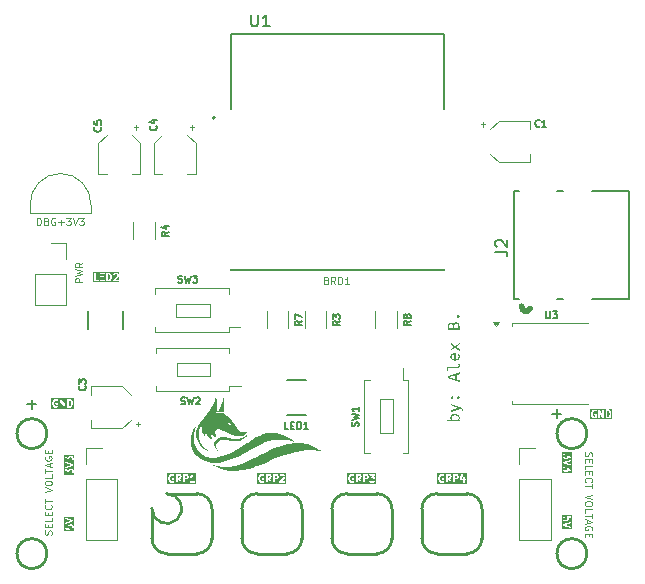
<source format=gbr>
%TF.GenerationSoftware,KiCad,Pcbnew,8.0.4*%
%TF.CreationDate,2024-08-05T01:43:25-04:00*%
%TF.ProjectId,ESP32-C3-BreadBoardAdapter,45535033-322d-4433-932d-427265616442,rev?*%
%TF.SameCoordinates,Original*%
%TF.FileFunction,Legend,Top*%
%TF.FilePolarity,Positive*%
%FSLAX46Y46*%
G04 Gerber Fmt 4.6, Leading zero omitted, Abs format (unit mm)*
G04 Created by KiCad (PCBNEW 8.0.4) date 2024-08-05 01:43:25*
%MOMM*%
%LPD*%
G01*
G04 APERTURE LIST*
%ADD10C,0.100000*%
%ADD11C,0.250000*%
%ADD12C,0.150000*%
%ADD13C,0.120000*%
%ADD14C,0.200000*%
%ADD15C,0.508000*%
%ADD16C,0.152400*%
%ADD17C,0.000000*%
%ADD18C,0.127000*%
G04 APERTURE END LIST*
D10*
G36*
X149620633Y-83171558D02*
G01*
X149674073Y-83177435D01*
X149724368Y-83187587D01*
X149771518Y-83202012D01*
X149777191Y-83204116D01*
X149824952Y-83225920D01*
X149866569Y-83252862D01*
X149905605Y-83288826D01*
X149919096Y-83304988D01*
X149946273Y-83349691D01*
X149963384Y-83400453D01*
X149970178Y-83451318D01*
X149970631Y-83469364D01*
X149966038Y-83524141D01*
X149952258Y-83573495D01*
X149929293Y-83617426D01*
X149897141Y-83655935D01*
X149874644Y-83675505D01*
X149955000Y-83684053D01*
X149955000Y-83789566D01*
X148881064Y-83789566D01*
X148865921Y-83668910D01*
X149296032Y-83668910D01*
X149255812Y-83636326D01*
X149223080Y-83599759D01*
X149205418Y-83573167D01*
X149184702Y-83526904D01*
X149174950Y-83479378D01*
X149273073Y-83479378D01*
X149279604Y-83528276D01*
X149301242Y-83575346D01*
X149312641Y-83590752D01*
X149346200Y-83626864D01*
X149385496Y-83659081D01*
X149400324Y-83668910D01*
X149773527Y-83668910D01*
X149811702Y-83637998D01*
X149843194Y-83597454D01*
X149844846Y-83594660D01*
X149864446Y-83548071D01*
X149870980Y-83498184D01*
X149865145Y-83448337D01*
X149844976Y-83401062D01*
X149810401Y-83362327D01*
X149797219Y-83352371D01*
X149749507Y-83327695D01*
X149696651Y-83312541D01*
X149642338Y-83304515D01*
X149589793Y-83301524D01*
X149571050Y-83301325D01*
X149517798Y-83302889D01*
X149454944Y-83309845D01*
X149401401Y-83322364D01*
X149347568Y-83345838D01*
X149308284Y-83378006D01*
X149280348Y-83428083D01*
X149273073Y-83479378D01*
X149174950Y-83479378D01*
X149174547Y-83477416D01*
X149173422Y-83453488D01*
X149177325Y-83399682D01*
X149189033Y-83352019D01*
X149211196Y-83306267D01*
X149222759Y-83290089D01*
X149257555Y-83254302D01*
X149300268Y-83225098D01*
X149345481Y-83204443D01*
X149361978Y-83198743D01*
X149414775Y-83184811D01*
X149465696Y-83176255D01*
X149520372Y-83171301D01*
X149571294Y-83169922D01*
X149620633Y-83171558D01*
G37*
G36*
X149189054Y-82299929D02*
G01*
X149959884Y-82565665D01*
X150007163Y-82583664D01*
X150051914Y-82604381D01*
X150098220Y-82630311D01*
X150102278Y-82632832D01*
X150144150Y-82663592D01*
X150180769Y-82700125D01*
X150209501Y-82738345D01*
X150232914Y-82782337D01*
X150250030Y-82833103D01*
X150260050Y-82884585D01*
X150262257Y-82902964D01*
X150165048Y-82921771D01*
X150154365Y-82871795D01*
X150137571Y-82822853D01*
X150124993Y-82798184D01*
X150094401Y-82757762D01*
X150056360Y-82726865D01*
X150013287Y-82703531D01*
X149966017Y-82684270D01*
X149955000Y-82680459D01*
X149955000Y-82720759D01*
X149189054Y-82984786D01*
X149189054Y-82855581D01*
X149862187Y-82638938D01*
X149189054Y-82424981D01*
X149189054Y-82299929D01*
G37*
G36*
X149321189Y-81898638D02*
G01*
X149271344Y-81888128D01*
X149238879Y-81865421D01*
X149211230Y-81822908D01*
X149204685Y-81783111D01*
X149214336Y-81734478D01*
X149238879Y-81699580D01*
X149281632Y-81672523D01*
X149321189Y-81666119D01*
X149371464Y-81676706D01*
X149404476Y-81699580D01*
X149432520Y-81742359D01*
X149439159Y-81783111D01*
X149428185Y-81833197D01*
X149404476Y-81865421D01*
X149361053Y-81892280D01*
X149321189Y-81898638D01*
G37*
G36*
X149852662Y-81898638D02*
G01*
X149803572Y-81888128D01*
X149770840Y-81865421D01*
X149742796Y-81822908D01*
X149736158Y-81783111D01*
X149745946Y-81734478D01*
X149770840Y-81699580D01*
X149813799Y-81672523D01*
X149852662Y-81666119D01*
X149900878Y-81675562D01*
X149936437Y-81699580D01*
X149964086Y-81742359D01*
X149970631Y-81783111D01*
X149959812Y-81833197D01*
X149936437Y-81865421D01*
X149892980Y-81892280D01*
X149852662Y-81898638D01*
G37*
G36*
X149955000Y-79789601D02*
G01*
X149695125Y-79868491D01*
X149695125Y-80259768D01*
X149955000Y-80338903D01*
X149955000Y-80461513D01*
X148954581Y-80140089D01*
X148954581Y-80063153D01*
X149068642Y-80063153D01*
X149595474Y-80227528D01*
X149595474Y-79900976D01*
X149068642Y-80063153D01*
X148954581Y-80063153D01*
X148954581Y-79980599D01*
X149955000Y-79658931D01*
X149955000Y-79789601D01*
G37*
G36*
X148876423Y-79191694D02*
G01*
X149766444Y-79191694D01*
X149815109Y-79183024D01*
X149847288Y-79157012D01*
X149866445Y-79111305D01*
X149870980Y-79066886D01*
X149866996Y-79017610D01*
X149863897Y-79001918D01*
X149849317Y-78953218D01*
X149844113Y-78939636D01*
X149933018Y-78907396D01*
X149950884Y-78954204D01*
X149959152Y-78983844D01*
X149967761Y-79032448D01*
X149970620Y-79083338D01*
X149970631Y-79086914D01*
X149966168Y-79140385D01*
X149952779Y-79187868D01*
X149927434Y-79233601D01*
X149914211Y-79249824D01*
X149874727Y-79282797D01*
X149826799Y-79303558D01*
X149776444Y-79311801D01*
X149758140Y-79312350D01*
X148976074Y-79312350D01*
X148976074Y-79544137D01*
X148876423Y-79544137D01*
X148876423Y-79191694D01*
G37*
G36*
X149593276Y-78020550D02*
G01*
X149611106Y-78022260D01*
X149611106Y-78530529D01*
X149666988Y-78525552D01*
X149715811Y-78514895D01*
X149762965Y-78495760D01*
X149804993Y-78465365D01*
X149808942Y-78461408D01*
X149841657Y-78418866D01*
X149862256Y-78371840D01*
X149870738Y-78320329D01*
X149870980Y-78309489D01*
X149867223Y-78257515D01*
X149854935Y-78207636D01*
X149853883Y-78204709D01*
X149832634Y-78157143D01*
X149807229Y-78114020D01*
X149803080Y-78107745D01*
X149883681Y-78051080D01*
X149911799Y-78092548D01*
X149934972Y-78138550D01*
X149947672Y-78171736D01*
X149960744Y-78218931D01*
X149968815Y-78271207D01*
X149970631Y-78310955D01*
X149967502Y-78364077D01*
X149958114Y-78413048D01*
X149940071Y-78463177D01*
X149920561Y-78498533D01*
X149889267Y-78539069D01*
X149851713Y-78573847D01*
X149807900Y-78602868D01*
X149780854Y-78616502D01*
X149734234Y-78634241D01*
X149684012Y-78646911D01*
X149630187Y-78654513D01*
X149580135Y-78657007D01*
X149572759Y-78657047D01*
X149523158Y-78655107D01*
X149469562Y-78648138D01*
X149419263Y-78636102D01*
X149372262Y-78618997D01*
X149366618Y-78616502D01*
X149318975Y-78590912D01*
X149277437Y-78560028D01*
X149242005Y-78523850D01*
X149224958Y-78501464D01*
X149200046Y-78457612D01*
X149183287Y-78409587D01*
X149174681Y-78357388D01*
X149173422Y-78326586D01*
X149173524Y-78325121D01*
X149273073Y-78325121D01*
X149278893Y-78374985D01*
X149298739Y-78423721D01*
X149329002Y-78462466D01*
X149332669Y-78466049D01*
X149376308Y-78496622D01*
X149426514Y-78515858D01*
X149479836Y-78526372D01*
X149517316Y-78529796D01*
X149517316Y-78135588D01*
X149467084Y-78138887D01*
X149416716Y-78148382D01*
X149369030Y-78166363D01*
X149334623Y-78188833D01*
X149299580Y-78227968D01*
X149279084Y-78275185D01*
X149273073Y-78325121D01*
X149173524Y-78325121D01*
X149177020Y-78275144D01*
X149190312Y-78220532D01*
X149213398Y-78171740D01*
X149246278Y-78128769D01*
X149275760Y-78101639D01*
X149316707Y-78073666D01*
X149362978Y-78051481D01*
X149414572Y-78035083D01*
X149471490Y-78024473D01*
X149522989Y-78020052D01*
X149555662Y-78019329D01*
X149593276Y-78020550D01*
G37*
G36*
X149955000Y-77691311D02*
G01*
X149955000Y-77829308D01*
X149551022Y-77549894D01*
X149189054Y-77794870D01*
X149189054Y-77651987D01*
X149474574Y-77476621D01*
X149189054Y-77299301D01*
X149189054Y-77161548D01*
X149545893Y-77405546D01*
X149955000Y-77127110D01*
X149955000Y-77274877D01*
X149626493Y-77481750D01*
X149955000Y-77691311D01*
G37*
G36*
X149724664Y-75416550D02*
G01*
X149774959Y-75429298D01*
X149807721Y-75444765D01*
X149848347Y-75474309D01*
X149881717Y-75510947D01*
X149894672Y-75530250D01*
X149917884Y-75575725D01*
X149935130Y-75625232D01*
X149941078Y-75649440D01*
X149949561Y-75699060D01*
X149954129Y-75749366D01*
X149955000Y-75783285D01*
X149955000Y-76049022D01*
X148954581Y-76049022D01*
X148954581Y-75805512D01*
X148955659Y-75777668D01*
X149054232Y-75777668D01*
X149054232Y-75924702D01*
X149386402Y-75924702D01*
X149386402Y-75765456D01*
X149385660Y-75755930D01*
X149486053Y-75755930D01*
X149486053Y-75924702D01*
X149855348Y-75924702D01*
X149855348Y-75761792D01*
X149851990Y-75712577D01*
X149841915Y-75662629D01*
X149822070Y-75616407D01*
X149789891Y-75578366D01*
X149745946Y-75553822D01*
X149694923Y-75544706D01*
X149676807Y-75544172D01*
X149624714Y-75548259D01*
X149576269Y-75563359D01*
X149559570Y-75573237D01*
X149522813Y-75609495D01*
X149502173Y-75650417D01*
X149490083Y-75700853D01*
X149486069Y-75752352D01*
X149486053Y-75755930D01*
X149385660Y-75755930D01*
X149382443Y-75714637D01*
X149367239Y-75664170D01*
X149345858Y-75630878D01*
X149304733Y-75600357D01*
X149257152Y-75586685D01*
X149215188Y-75583739D01*
X149165605Y-75588819D01*
X149119076Y-75608328D01*
X149091113Y-75635763D01*
X149068638Y-75680104D01*
X149057149Y-75730104D01*
X149054232Y-75777668D01*
X148955659Y-75777668D01*
X148956596Y-75753444D01*
X148962643Y-75702021D01*
X148966793Y-75678505D01*
X148979339Y-75629759D01*
X148999160Y-75581860D01*
X149007826Y-75565909D01*
X149036971Y-75525812D01*
X149073970Y-75493568D01*
X149085983Y-75485798D01*
X149133708Y-75465428D01*
X149182206Y-75457048D01*
X149209082Y-75456000D01*
X149258762Y-75460313D01*
X149307870Y-75476009D01*
X149319480Y-75482134D01*
X149360146Y-75512237D01*
X149391775Y-75550278D01*
X149414856Y-75593631D01*
X149429877Y-75639671D01*
X149442013Y-75589145D01*
X149459538Y-75542957D01*
X149464071Y-75533181D01*
X149490639Y-75491073D01*
X149526743Y-75455790D01*
X149538810Y-75446963D01*
X149584698Y-75424824D01*
X149637002Y-75414405D01*
X149671922Y-75412769D01*
X149724664Y-75416550D01*
G37*
G36*
X149844846Y-75023202D02*
G01*
X149794242Y-75013069D01*
X149756919Y-74987298D01*
X149728523Y-74944049D01*
X149720526Y-74897417D01*
X149729624Y-74847530D01*
X149756919Y-74806803D01*
X149799737Y-74778407D01*
X149844846Y-74770410D01*
X149893389Y-74779508D01*
X149933995Y-74806803D01*
X149961472Y-74847530D01*
X149970631Y-74897417D01*
X149961472Y-74946876D01*
X149933995Y-74987298D01*
X149890588Y-75015313D01*
X149844846Y-75023202D01*
G37*
D11*
X115010000Y-95000000D02*
G75*
G02*
X112470000Y-95000000I-1270000J0D01*
G01*
X112470000Y-95000000D02*
G75*
G02*
X115010000Y-95000000I1270000J0D01*
G01*
X125170000Y-89920000D02*
G75*
G02*
X123900000Y-91190000I0J-1270000D01*
G01*
X132790000Y-89920000D02*
X135330000Y-89920000D01*
X148030000Y-95000000D02*
X150570000Y-95000000D01*
X140410000Y-95000000D02*
X142950000Y-95000000D01*
X151840000Y-93730000D02*
G75*
G02*
X150570000Y-95000000I-1270000J0D01*
G01*
X142950000Y-89920000D02*
G75*
G02*
X144220000Y-91190000I0J-1270000D01*
G01*
X140410000Y-95000000D02*
G75*
G02*
X139140000Y-93730000I0J1270000D01*
G01*
X136600000Y-93730000D02*
G75*
G02*
X135330000Y-95000000I-1270000J0D01*
G01*
X139140000Y-91190000D02*
G75*
G02*
X140410000Y-89920000I1270000J0D01*
G01*
X148030000Y-89920000D02*
X150570000Y-89920000D01*
X131520000Y-91190000D02*
G75*
G02*
X132790000Y-89920000I1270000J0D01*
G01*
X132790000Y-95000000D02*
G75*
G02*
X131520000Y-93730000I0J1270000D01*
G01*
X146760000Y-93730000D02*
X146760000Y-91190000D01*
X139140000Y-93730000D02*
X139140000Y-91190000D01*
X140410000Y-89920000D02*
X142950000Y-89920000D01*
X131520000Y-93730000D02*
X131520000Y-91190000D01*
X136600000Y-93730000D02*
X136600000Y-91190000D01*
X160730000Y-95000000D02*
G75*
G02*
X158190000Y-95000000I-1270000J0D01*
G01*
X158190000Y-95000000D02*
G75*
G02*
X160730000Y-95000000I1270000J0D01*
G01*
X127710000Y-89920000D02*
G75*
G02*
X128980000Y-91190000I0J-1270000D01*
G01*
X132790000Y-95000000D02*
X135330000Y-95000000D01*
X115010000Y-84840000D02*
G75*
G02*
X112470000Y-84840000I-1270000J0D01*
G01*
X112470000Y-84840000D02*
G75*
G02*
X115010000Y-84840000I1270000J0D01*
G01*
X160730000Y-84840000D02*
G75*
G02*
X158190000Y-84840000I-1270000J0D01*
G01*
X158190000Y-84840000D02*
G75*
G02*
X160730000Y-84840000I1270000J0D01*
G01*
X125170000Y-89920000D02*
X127710000Y-89920000D01*
X135330000Y-89920000D02*
G75*
G02*
X136600000Y-91190000I0J-1270000D01*
G01*
X148030000Y-95000000D02*
G75*
G02*
X146760000Y-93730000I0J1270000D01*
G01*
X150570000Y-89920000D02*
G75*
G02*
X151840000Y-91190000I0J-1270000D01*
G01*
X125170000Y-95000000D02*
X127710000Y-95000000D01*
X144220000Y-93730000D02*
G75*
G02*
X142950000Y-95000000I-1270000J0D01*
G01*
X123900000Y-93730000D02*
X123900000Y-91190000D01*
X128980000Y-93730000D02*
G75*
G02*
X127710000Y-95000000I-1270000J0D01*
G01*
X144220000Y-93730000D02*
X144220000Y-91190000D01*
X146760000Y-91190000D02*
G75*
G02*
X148030000Y-89920000I1270000J0D01*
G01*
X151840000Y-93730000D02*
X151840000Y-91190000D01*
X125170000Y-95000000D02*
G75*
G02*
X123900000Y-93730000I0J1270000D01*
G01*
X128980000Y-93730000D02*
X128980000Y-91190000D01*
D10*
X114182857Y-67172371D02*
X114182857Y-66572371D01*
X114182857Y-66572371D02*
X114325714Y-66572371D01*
X114325714Y-66572371D02*
X114411428Y-66600942D01*
X114411428Y-66600942D02*
X114468571Y-66658085D01*
X114468571Y-66658085D02*
X114497142Y-66715228D01*
X114497142Y-66715228D02*
X114525714Y-66829514D01*
X114525714Y-66829514D02*
X114525714Y-66915228D01*
X114525714Y-66915228D02*
X114497142Y-67029514D01*
X114497142Y-67029514D02*
X114468571Y-67086657D01*
X114468571Y-67086657D02*
X114411428Y-67143800D01*
X114411428Y-67143800D02*
X114325714Y-67172371D01*
X114325714Y-67172371D02*
X114182857Y-67172371D01*
X114982857Y-66858085D02*
X115068571Y-66886657D01*
X115068571Y-66886657D02*
X115097142Y-66915228D01*
X115097142Y-66915228D02*
X115125714Y-66972371D01*
X115125714Y-66972371D02*
X115125714Y-67058085D01*
X115125714Y-67058085D02*
X115097142Y-67115228D01*
X115097142Y-67115228D02*
X115068571Y-67143800D01*
X115068571Y-67143800D02*
X115011428Y-67172371D01*
X115011428Y-67172371D02*
X114782857Y-67172371D01*
X114782857Y-67172371D02*
X114782857Y-66572371D01*
X114782857Y-66572371D02*
X114982857Y-66572371D01*
X114982857Y-66572371D02*
X115040000Y-66600942D01*
X115040000Y-66600942D02*
X115068571Y-66629514D01*
X115068571Y-66629514D02*
X115097142Y-66686657D01*
X115097142Y-66686657D02*
X115097142Y-66743800D01*
X115097142Y-66743800D02*
X115068571Y-66800942D01*
X115068571Y-66800942D02*
X115040000Y-66829514D01*
X115040000Y-66829514D02*
X114982857Y-66858085D01*
X114982857Y-66858085D02*
X114782857Y-66858085D01*
X115697142Y-66600942D02*
X115640000Y-66572371D01*
X115640000Y-66572371D02*
X115554285Y-66572371D01*
X115554285Y-66572371D02*
X115468571Y-66600942D01*
X115468571Y-66600942D02*
X115411428Y-66658085D01*
X115411428Y-66658085D02*
X115382857Y-66715228D01*
X115382857Y-66715228D02*
X115354285Y-66829514D01*
X115354285Y-66829514D02*
X115354285Y-66915228D01*
X115354285Y-66915228D02*
X115382857Y-67029514D01*
X115382857Y-67029514D02*
X115411428Y-67086657D01*
X115411428Y-67086657D02*
X115468571Y-67143800D01*
X115468571Y-67143800D02*
X115554285Y-67172371D01*
X115554285Y-67172371D02*
X115611428Y-67172371D01*
X115611428Y-67172371D02*
X115697142Y-67143800D01*
X115697142Y-67143800D02*
X115725714Y-67115228D01*
X115725714Y-67115228D02*
X115725714Y-66915228D01*
X115725714Y-66915228D02*
X115611428Y-66915228D01*
X115982857Y-66943800D02*
X116440000Y-66943800D01*
X116211428Y-67172371D02*
X116211428Y-66715228D01*
X116668571Y-66572371D02*
X117039999Y-66572371D01*
X117039999Y-66572371D02*
X116839999Y-66800942D01*
X116839999Y-66800942D02*
X116925714Y-66800942D01*
X116925714Y-66800942D02*
X116982857Y-66829514D01*
X116982857Y-66829514D02*
X117011428Y-66858085D01*
X117011428Y-66858085D02*
X117039999Y-66915228D01*
X117039999Y-66915228D02*
X117039999Y-67058085D01*
X117039999Y-67058085D02*
X117011428Y-67115228D01*
X117011428Y-67115228D02*
X116982857Y-67143800D01*
X116982857Y-67143800D02*
X116925714Y-67172371D01*
X116925714Y-67172371D02*
X116754285Y-67172371D01*
X116754285Y-67172371D02*
X116697142Y-67143800D01*
X116697142Y-67143800D02*
X116668571Y-67115228D01*
X117211428Y-66572371D02*
X117411428Y-67172371D01*
X117411428Y-67172371D02*
X117611428Y-66572371D01*
X117754286Y-66572371D02*
X118125714Y-66572371D01*
X118125714Y-66572371D02*
X117925714Y-66800942D01*
X117925714Y-66800942D02*
X118011429Y-66800942D01*
X118011429Y-66800942D02*
X118068572Y-66829514D01*
X118068572Y-66829514D02*
X118097143Y-66858085D01*
X118097143Y-66858085D02*
X118125714Y-66915228D01*
X118125714Y-66915228D02*
X118125714Y-67058085D01*
X118125714Y-67058085D02*
X118097143Y-67115228D01*
X118097143Y-67115228D02*
X118068572Y-67143800D01*
X118068572Y-67143800D02*
X118011429Y-67172371D01*
X118011429Y-67172371D02*
X117840000Y-67172371D01*
X117840000Y-67172371D02*
X117782857Y-67143800D01*
X117782857Y-67143800D02*
X117754286Y-67115228D01*
D12*
G36*
X133858428Y-88409980D02*
G01*
X133869788Y-88421340D01*
X133885000Y-88451762D01*
X133885000Y-88502065D01*
X133869789Y-88532486D01*
X133858430Y-88543845D01*
X133828008Y-88559057D01*
X133692143Y-88559057D01*
X133692143Y-88394771D01*
X133828010Y-88394771D01*
X133858428Y-88409980D01*
G37*
G36*
X134458428Y-88409980D02*
G01*
X134469788Y-88421340D01*
X134485000Y-88451762D01*
X134485000Y-88502065D01*
X134469789Y-88532486D01*
X134458430Y-88543845D01*
X134428008Y-88559057D01*
X134292143Y-88559057D01*
X134292143Y-88394771D01*
X134428010Y-88394771D01*
X134458428Y-88409980D01*
G37*
G36*
X135281428Y-89069771D02*
G01*
X132838571Y-89069771D01*
X132838571Y-88576914D01*
X132913571Y-88576914D01*
X132913571Y-88662628D01*
X132913822Y-88665181D01*
X132913660Y-88666274D01*
X132914469Y-88671747D01*
X132915012Y-88677260D01*
X132915434Y-88678281D01*
X132915810Y-88680818D01*
X132944382Y-88795104D01*
X132944767Y-88796183D01*
X132944806Y-88796723D01*
X132947133Y-88802804D01*
X132949329Y-88808950D01*
X132949651Y-88809385D01*
X132950061Y-88810455D01*
X132978632Y-88867598D01*
X132982596Y-88873897D01*
X132983354Y-88875725D01*
X132985042Y-88877781D01*
X132986464Y-88880041D01*
X132987962Y-88881340D01*
X132992681Y-88887090D01*
X133049824Y-88944233D01*
X133061189Y-88953560D01*
X133063679Y-88954591D01*
X133065715Y-88956357D01*
X133079140Y-88962351D01*
X133164854Y-88990922D01*
X133172107Y-88992571D01*
X133173939Y-88993330D01*
X133176593Y-88993591D01*
X133179191Y-88994182D01*
X133181165Y-88994041D01*
X133188571Y-88994771D01*
X133245714Y-88994771D01*
X133253119Y-88994041D01*
X133255094Y-88994182D01*
X133257691Y-88993591D01*
X133260346Y-88993330D01*
X133262177Y-88992571D01*
X133269431Y-88990922D01*
X133355144Y-88962351D01*
X133368570Y-88956357D01*
X133370605Y-88954591D01*
X133373096Y-88953560D01*
X133384461Y-88944233D01*
X133413033Y-88915661D01*
X133422361Y-88904296D01*
X133432407Y-88880041D01*
X133433559Y-88877260D01*
X133435000Y-88862628D01*
X133435000Y-88662628D01*
X133433559Y-88647996D01*
X133422360Y-88620960D01*
X133401668Y-88600268D01*
X133374632Y-88589069D01*
X133360000Y-88587628D01*
X133245714Y-88587628D01*
X133231082Y-88589069D01*
X133204046Y-88600268D01*
X133183354Y-88620960D01*
X133172155Y-88647996D01*
X133172155Y-88677260D01*
X133183354Y-88704296D01*
X133204046Y-88724988D01*
X133231082Y-88736187D01*
X133245714Y-88737628D01*
X133285000Y-88737628D01*
X133285000Y-88827619D01*
X133233544Y-88844771D01*
X133200740Y-88844771D01*
X133143371Y-88825648D01*
X133107352Y-88789629D01*
X133087908Y-88750739D01*
X133063571Y-88653393D01*
X133063571Y-88586148D01*
X133087908Y-88488802D01*
X133107352Y-88449912D01*
X133143371Y-88413894D01*
X133200740Y-88394771D01*
X133256581Y-88394771D01*
X133297887Y-88415424D01*
X133311619Y-88420679D01*
X133340809Y-88422753D01*
X133368570Y-88413499D01*
X133390678Y-88394326D01*
X133403765Y-88368151D01*
X133405839Y-88338961D01*
X133399443Y-88319771D01*
X133542143Y-88319771D01*
X133542143Y-88919771D01*
X133543584Y-88934403D01*
X133554783Y-88961439D01*
X133575475Y-88982131D01*
X133602511Y-88993330D01*
X133631775Y-88993330D01*
X133658811Y-88982131D01*
X133679503Y-88961439D01*
X133690702Y-88934403D01*
X133692143Y-88919771D01*
X133692143Y-88709057D01*
X133720951Y-88709057D01*
X133898557Y-88962780D01*
X133908129Y-88973941D01*
X133932807Y-88989667D01*
X133961625Y-88994753D01*
X133990196Y-88988423D01*
X134014170Y-88971642D01*
X134029897Y-88946963D01*
X134034982Y-88918145D01*
X134028652Y-88889574D01*
X134021442Y-88876761D01*
X133893515Y-88694008D01*
X133936398Y-88672567D01*
X133942694Y-88668603D01*
X133944525Y-88667845D01*
X133946586Y-88666153D01*
X133948841Y-88664734D01*
X133950137Y-88663238D01*
X133955890Y-88658518D01*
X133984461Y-88629947D01*
X133989181Y-88624194D01*
X133990677Y-88622898D01*
X133992096Y-88620643D01*
X133993788Y-88618582D01*
X133994546Y-88616751D01*
X133998510Y-88610455D01*
X134027082Y-88553313D01*
X134032337Y-88539581D01*
X134032528Y-88536891D01*
X134033559Y-88534403D01*
X134035000Y-88519771D01*
X134035000Y-88434057D01*
X134033559Y-88419425D01*
X134032528Y-88416936D01*
X134032337Y-88414247D01*
X134027082Y-88400515D01*
X133998510Y-88343373D01*
X133994547Y-88337078D01*
X133993789Y-88335247D01*
X133992095Y-88333183D01*
X133990677Y-88330930D01*
X133989182Y-88329633D01*
X133984462Y-88323882D01*
X133980351Y-88319771D01*
X134142143Y-88319771D01*
X134142143Y-88919771D01*
X134143584Y-88934403D01*
X134154783Y-88961439D01*
X134175475Y-88982131D01*
X134202511Y-88993330D01*
X134231775Y-88993330D01*
X134258811Y-88982131D01*
X134279503Y-88961439D01*
X134290702Y-88934403D01*
X134292143Y-88919771D01*
X134292143Y-88905139D01*
X134686441Y-88905139D01*
X134686441Y-88934403D01*
X134697640Y-88961439D01*
X134718332Y-88982131D01*
X134745368Y-88993330D01*
X134760000Y-88994771D01*
X135131428Y-88994771D01*
X135146060Y-88993330D01*
X135173096Y-88982131D01*
X135193788Y-88961439D01*
X135204987Y-88934403D01*
X135204987Y-88905139D01*
X135193788Y-88878103D01*
X135173096Y-88857411D01*
X135146060Y-88846212D01*
X135131428Y-88844771D01*
X134941066Y-88844771D01*
X135155890Y-88629947D01*
X135165217Y-88618582D01*
X135166248Y-88616091D01*
X135168014Y-88614056D01*
X135174008Y-88600631D01*
X135202579Y-88514917D01*
X135204228Y-88507663D01*
X135204987Y-88505832D01*
X135205248Y-88503177D01*
X135205839Y-88500580D01*
X135205698Y-88498605D01*
X135206428Y-88491200D01*
X135206428Y-88434057D01*
X135204987Y-88419425D01*
X135203955Y-88416935D01*
X135203765Y-88414249D01*
X135198510Y-88400517D01*
X135169939Y-88343373D01*
X135165976Y-88337077D01*
X135165218Y-88335247D01*
X135163526Y-88333185D01*
X135162107Y-88330931D01*
X135160611Y-88329634D01*
X135155891Y-88323882D01*
X135127320Y-88295310D01*
X135121568Y-88290589D01*
X135120270Y-88289092D01*
X135118014Y-88287672D01*
X135115955Y-88285982D01*
X135114124Y-88285223D01*
X135107827Y-88281260D01*
X135050684Y-88252689D01*
X135036952Y-88247434D01*
X135034264Y-88247243D01*
X135031775Y-88246212D01*
X135017143Y-88244771D01*
X134874286Y-88244771D01*
X134859654Y-88246212D01*
X134857164Y-88247243D01*
X134854478Y-88247434D01*
X134840746Y-88252689D01*
X134783602Y-88281260D01*
X134777308Y-88285221D01*
X134775475Y-88285981D01*
X134773411Y-88287674D01*
X134771160Y-88289092D01*
X134769863Y-88290586D01*
X134764110Y-88295309D01*
X134735538Y-88323881D01*
X134726211Y-88335246D01*
X134715012Y-88362283D01*
X134715012Y-88391545D01*
X134726211Y-88418582D01*
X134746903Y-88439274D01*
X134773940Y-88450473D01*
X134803202Y-88450473D01*
X134830239Y-88439274D01*
X134841604Y-88429947D01*
X134861569Y-88409981D01*
X134891991Y-88394771D01*
X134999439Y-88394771D01*
X135029857Y-88409980D01*
X135041217Y-88421340D01*
X135056428Y-88451761D01*
X135056428Y-88479031D01*
X135037305Y-88536400D01*
X134706967Y-88866738D01*
X134697640Y-88878103D01*
X134686441Y-88905139D01*
X134292143Y-88905139D01*
X134292143Y-88709057D01*
X134445714Y-88709057D01*
X134460346Y-88707616D01*
X134462834Y-88706585D01*
X134465524Y-88706394D01*
X134479255Y-88701139D01*
X134536398Y-88672567D01*
X134542694Y-88668603D01*
X134544525Y-88667845D01*
X134546586Y-88666153D01*
X134548841Y-88664734D01*
X134550137Y-88663238D01*
X134555890Y-88658518D01*
X134584461Y-88629947D01*
X134589181Y-88624194D01*
X134590677Y-88622898D01*
X134592096Y-88620643D01*
X134593788Y-88618582D01*
X134594546Y-88616751D01*
X134598510Y-88610455D01*
X134627082Y-88553313D01*
X134632337Y-88539581D01*
X134632528Y-88536891D01*
X134633559Y-88534403D01*
X134635000Y-88519771D01*
X134635000Y-88434057D01*
X134633559Y-88419425D01*
X134632528Y-88416936D01*
X134632337Y-88414247D01*
X134627082Y-88400515D01*
X134598510Y-88343373D01*
X134594547Y-88337078D01*
X134593789Y-88335247D01*
X134592095Y-88333183D01*
X134590677Y-88330930D01*
X134589182Y-88329633D01*
X134584462Y-88323882D01*
X134555891Y-88295310D01*
X134550139Y-88290589D01*
X134548841Y-88289092D01*
X134546585Y-88287672D01*
X134544526Y-88285982D01*
X134542695Y-88285223D01*
X134536398Y-88281260D01*
X134479255Y-88252689D01*
X134465523Y-88247434D01*
X134462835Y-88247243D01*
X134460346Y-88246212D01*
X134445714Y-88244771D01*
X134217143Y-88244771D01*
X134202511Y-88246212D01*
X134175475Y-88257411D01*
X134154783Y-88278103D01*
X134143584Y-88305139D01*
X134142143Y-88319771D01*
X133980351Y-88319771D01*
X133955891Y-88295310D01*
X133950139Y-88290589D01*
X133948841Y-88289092D01*
X133946585Y-88287672D01*
X133944526Y-88285982D01*
X133942695Y-88285223D01*
X133936398Y-88281260D01*
X133879255Y-88252689D01*
X133865523Y-88247434D01*
X133862835Y-88247243D01*
X133860346Y-88246212D01*
X133845714Y-88244771D01*
X133617143Y-88244771D01*
X133602511Y-88246212D01*
X133575475Y-88257411D01*
X133554783Y-88278103D01*
X133543584Y-88305139D01*
X133542143Y-88319771D01*
X133399443Y-88319771D01*
X133396586Y-88311200D01*
X133377412Y-88289093D01*
X133364969Y-88281260D01*
X133307827Y-88252689D01*
X133294095Y-88247434D01*
X133291407Y-88247243D01*
X133288918Y-88246212D01*
X133274286Y-88244771D01*
X133188571Y-88244771D01*
X133181165Y-88245500D01*
X133179191Y-88245360D01*
X133176593Y-88245950D01*
X133173939Y-88246212D01*
X133172107Y-88246970D01*
X133164854Y-88248620D01*
X133079140Y-88277191D01*
X133065715Y-88283185D01*
X133063679Y-88284950D01*
X133061189Y-88285982D01*
X133049824Y-88295309D01*
X132992681Y-88352452D01*
X132987962Y-88358201D01*
X132986464Y-88359501D01*
X132985042Y-88361760D01*
X132983354Y-88363817D01*
X132982596Y-88365644D01*
X132978632Y-88371944D01*
X132950061Y-88429087D01*
X132949651Y-88430156D01*
X132949329Y-88430592D01*
X132947133Y-88436737D01*
X132944806Y-88442819D01*
X132944767Y-88443358D01*
X132944382Y-88444438D01*
X132915810Y-88558724D01*
X132915434Y-88561260D01*
X132915012Y-88562282D01*
X132914469Y-88567794D01*
X132913660Y-88573268D01*
X132913822Y-88574360D01*
X132913571Y-88576914D01*
X132838571Y-88576914D01*
X132838571Y-88169771D01*
X135281428Y-88169771D01*
X135281428Y-89069771D01*
G37*
D10*
X160596200Y-86414285D02*
X160567628Y-86500000D01*
X160567628Y-86500000D02*
X160567628Y-86642857D01*
X160567628Y-86642857D02*
X160596200Y-86700000D01*
X160596200Y-86700000D02*
X160624771Y-86728571D01*
X160624771Y-86728571D02*
X160681914Y-86757142D01*
X160681914Y-86757142D02*
X160739057Y-86757142D01*
X160739057Y-86757142D02*
X160796200Y-86728571D01*
X160796200Y-86728571D02*
X160824771Y-86700000D01*
X160824771Y-86700000D02*
X160853342Y-86642857D01*
X160853342Y-86642857D02*
X160881914Y-86528571D01*
X160881914Y-86528571D02*
X160910485Y-86471428D01*
X160910485Y-86471428D02*
X160939057Y-86442857D01*
X160939057Y-86442857D02*
X160996200Y-86414285D01*
X160996200Y-86414285D02*
X161053342Y-86414285D01*
X161053342Y-86414285D02*
X161110485Y-86442857D01*
X161110485Y-86442857D02*
X161139057Y-86471428D01*
X161139057Y-86471428D02*
X161167628Y-86528571D01*
X161167628Y-86528571D02*
X161167628Y-86671428D01*
X161167628Y-86671428D02*
X161139057Y-86757142D01*
X160881914Y-87014286D02*
X160881914Y-87214286D01*
X160567628Y-87300000D02*
X160567628Y-87014286D01*
X160567628Y-87014286D02*
X161167628Y-87014286D01*
X161167628Y-87014286D02*
X161167628Y-87300000D01*
X160567628Y-87842857D02*
X160567628Y-87557143D01*
X160567628Y-87557143D02*
X161167628Y-87557143D01*
X160881914Y-88042857D02*
X160881914Y-88242857D01*
X160567628Y-88328571D02*
X160567628Y-88042857D01*
X160567628Y-88042857D02*
X161167628Y-88042857D01*
X161167628Y-88042857D02*
X161167628Y-88328571D01*
X160624771Y-88928571D02*
X160596200Y-88899999D01*
X160596200Y-88899999D02*
X160567628Y-88814285D01*
X160567628Y-88814285D02*
X160567628Y-88757142D01*
X160567628Y-88757142D02*
X160596200Y-88671428D01*
X160596200Y-88671428D02*
X160653342Y-88614285D01*
X160653342Y-88614285D02*
X160710485Y-88585714D01*
X160710485Y-88585714D02*
X160824771Y-88557142D01*
X160824771Y-88557142D02*
X160910485Y-88557142D01*
X160910485Y-88557142D02*
X161024771Y-88585714D01*
X161024771Y-88585714D02*
X161081914Y-88614285D01*
X161081914Y-88614285D02*
X161139057Y-88671428D01*
X161139057Y-88671428D02*
X161167628Y-88757142D01*
X161167628Y-88757142D02*
X161167628Y-88814285D01*
X161167628Y-88814285D02*
X161139057Y-88899999D01*
X161139057Y-88899999D02*
X161110485Y-88928571D01*
X161167628Y-89099999D02*
X161167628Y-89442857D01*
X160567628Y-89271428D02*
X161167628Y-89271428D01*
X161167628Y-90014285D02*
X160567628Y-90214285D01*
X160567628Y-90214285D02*
X161167628Y-90414285D01*
X161167628Y-90728571D02*
X161167628Y-90842857D01*
X161167628Y-90842857D02*
X161139057Y-90900000D01*
X161139057Y-90900000D02*
X161081914Y-90957143D01*
X161081914Y-90957143D02*
X160967628Y-90985714D01*
X160967628Y-90985714D02*
X160767628Y-90985714D01*
X160767628Y-90985714D02*
X160653342Y-90957143D01*
X160653342Y-90957143D02*
X160596200Y-90900000D01*
X160596200Y-90900000D02*
X160567628Y-90842857D01*
X160567628Y-90842857D02*
X160567628Y-90728571D01*
X160567628Y-90728571D02*
X160596200Y-90671429D01*
X160596200Y-90671429D02*
X160653342Y-90614286D01*
X160653342Y-90614286D02*
X160767628Y-90585714D01*
X160767628Y-90585714D02*
X160967628Y-90585714D01*
X160967628Y-90585714D02*
X161081914Y-90614286D01*
X161081914Y-90614286D02*
X161139057Y-90671429D01*
X161139057Y-90671429D02*
X161167628Y-90728571D01*
X160567628Y-91528571D02*
X160567628Y-91242857D01*
X160567628Y-91242857D02*
X161167628Y-91242857D01*
X161167628Y-91642856D02*
X161167628Y-91985714D01*
X160567628Y-91814285D02*
X161167628Y-91814285D01*
X160739057Y-92157142D02*
X160739057Y-92442857D01*
X160567628Y-92099999D02*
X161167628Y-92299999D01*
X161167628Y-92299999D02*
X160567628Y-92499999D01*
X161139057Y-93014285D02*
X161167628Y-92957143D01*
X161167628Y-92957143D02*
X161167628Y-92871428D01*
X161167628Y-92871428D02*
X161139057Y-92785714D01*
X161139057Y-92785714D02*
X161081914Y-92728571D01*
X161081914Y-92728571D02*
X161024771Y-92700000D01*
X161024771Y-92700000D02*
X160910485Y-92671428D01*
X160910485Y-92671428D02*
X160824771Y-92671428D01*
X160824771Y-92671428D02*
X160710485Y-92700000D01*
X160710485Y-92700000D02*
X160653342Y-92728571D01*
X160653342Y-92728571D02*
X160596200Y-92785714D01*
X160596200Y-92785714D02*
X160567628Y-92871428D01*
X160567628Y-92871428D02*
X160567628Y-92928571D01*
X160567628Y-92928571D02*
X160596200Y-93014285D01*
X160596200Y-93014285D02*
X160624771Y-93042857D01*
X160624771Y-93042857D02*
X160824771Y-93042857D01*
X160824771Y-93042857D02*
X160824771Y-92928571D01*
X160881914Y-93300000D02*
X160881914Y-93500000D01*
X160567628Y-93585714D02*
X160567628Y-93300000D01*
X160567628Y-93300000D02*
X161167628Y-93300000D01*
X161167628Y-93300000D02*
X161167628Y-93585714D01*
D12*
G36*
X141478428Y-88409980D02*
G01*
X141489788Y-88421340D01*
X141505000Y-88451762D01*
X141505000Y-88502065D01*
X141489789Y-88532486D01*
X141478430Y-88543845D01*
X141448008Y-88559057D01*
X141312143Y-88559057D01*
X141312143Y-88394771D01*
X141448010Y-88394771D01*
X141478428Y-88409980D01*
G37*
G36*
X142078428Y-88409980D02*
G01*
X142089788Y-88421340D01*
X142105000Y-88451762D01*
X142105000Y-88502065D01*
X142089789Y-88532486D01*
X142078430Y-88543845D01*
X142048008Y-88559057D01*
X141912143Y-88559057D01*
X141912143Y-88394771D01*
X142048010Y-88394771D01*
X142078428Y-88409980D01*
G37*
G36*
X142901428Y-89069771D02*
G01*
X140458571Y-89069771D01*
X140458571Y-88576914D01*
X140533571Y-88576914D01*
X140533571Y-88662628D01*
X140533822Y-88665181D01*
X140533660Y-88666274D01*
X140534469Y-88671747D01*
X140535012Y-88677260D01*
X140535434Y-88678281D01*
X140535810Y-88680818D01*
X140564382Y-88795104D01*
X140564767Y-88796183D01*
X140564806Y-88796723D01*
X140567133Y-88802804D01*
X140569329Y-88808950D01*
X140569651Y-88809385D01*
X140570061Y-88810455D01*
X140598632Y-88867598D01*
X140602596Y-88873897D01*
X140603354Y-88875725D01*
X140605042Y-88877781D01*
X140606464Y-88880041D01*
X140607962Y-88881340D01*
X140612681Y-88887090D01*
X140669824Y-88944233D01*
X140681189Y-88953560D01*
X140683679Y-88954591D01*
X140685715Y-88956357D01*
X140699140Y-88962351D01*
X140784854Y-88990922D01*
X140792107Y-88992571D01*
X140793939Y-88993330D01*
X140796593Y-88993591D01*
X140799191Y-88994182D01*
X140801165Y-88994041D01*
X140808571Y-88994771D01*
X140865714Y-88994771D01*
X140873119Y-88994041D01*
X140875094Y-88994182D01*
X140877691Y-88993591D01*
X140880346Y-88993330D01*
X140882177Y-88992571D01*
X140889431Y-88990922D01*
X140975144Y-88962351D01*
X140988570Y-88956357D01*
X140990605Y-88954591D01*
X140993096Y-88953560D01*
X141004461Y-88944233D01*
X141033033Y-88915661D01*
X141042361Y-88904296D01*
X141052820Y-88879044D01*
X141053559Y-88877260D01*
X141055000Y-88862628D01*
X141055000Y-88662628D01*
X141053559Y-88647996D01*
X141042360Y-88620960D01*
X141021668Y-88600268D01*
X140994632Y-88589069D01*
X140980000Y-88587628D01*
X140865714Y-88587628D01*
X140851082Y-88589069D01*
X140824046Y-88600268D01*
X140803354Y-88620960D01*
X140792155Y-88647996D01*
X140792155Y-88677260D01*
X140803354Y-88704296D01*
X140824046Y-88724988D01*
X140851082Y-88736187D01*
X140865714Y-88737628D01*
X140905000Y-88737628D01*
X140905000Y-88827619D01*
X140853544Y-88844771D01*
X140820740Y-88844771D01*
X140763371Y-88825648D01*
X140727352Y-88789629D01*
X140707908Y-88750739D01*
X140683571Y-88653393D01*
X140683571Y-88586148D01*
X140707908Y-88488802D01*
X140727352Y-88449912D01*
X140763371Y-88413894D01*
X140820740Y-88394771D01*
X140876581Y-88394771D01*
X140917887Y-88415424D01*
X140931619Y-88420679D01*
X140960809Y-88422753D01*
X140988570Y-88413499D01*
X141010678Y-88394326D01*
X141023765Y-88368151D01*
X141025839Y-88338961D01*
X141019443Y-88319771D01*
X141162143Y-88319771D01*
X141162143Y-88919771D01*
X141163584Y-88934403D01*
X141174783Y-88961439D01*
X141195475Y-88982131D01*
X141222511Y-88993330D01*
X141251775Y-88993330D01*
X141278811Y-88982131D01*
X141299503Y-88961439D01*
X141310702Y-88934403D01*
X141312143Y-88919771D01*
X141312143Y-88709057D01*
X141340951Y-88709057D01*
X141518557Y-88962780D01*
X141528129Y-88973941D01*
X141552807Y-88989667D01*
X141581625Y-88994753D01*
X141610196Y-88988423D01*
X141634170Y-88971642D01*
X141649897Y-88946963D01*
X141654982Y-88918145D01*
X141648652Y-88889574D01*
X141641442Y-88876761D01*
X141513515Y-88694008D01*
X141556398Y-88672567D01*
X141562694Y-88668603D01*
X141564525Y-88667845D01*
X141566586Y-88666153D01*
X141568841Y-88664734D01*
X141570137Y-88663238D01*
X141575890Y-88658518D01*
X141604461Y-88629947D01*
X141609181Y-88624194D01*
X141610677Y-88622898D01*
X141612096Y-88620643D01*
X141613788Y-88618582D01*
X141614546Y-88616751D01*
X141618510Y-88610455D01*
X141647082Y-88553313D01*
X141652337Y-88539581D01*
X141652528Y-88536891D01*
X141653559Y-88534403D01*
X141655000Y-88519771D01*
X141655000Y-88434057D01*
X141653559Y-88419425D01*
X141652528Y-88416936D01*
X141652337Y-88414247D01*
X141647082Y-88400515D01*
X141618510Y-88343373D01*
X141614547Y-88337078D01*
X141613789Y-88335247D01*
X141612095Y-88333183D01*
X141610677Y-88330930D01*
X141609182Y-88329633D01*
X141604462Y-88323882D01*
X141600351Y-88319771D01*
X141762143Y-88319771D01*
X141762143Y-88919771D01*
X141763584Y-88934403D01*
X141774783Y-88961439D01*
X141795475Y-88982131D01*
X141822511Y-88993330D01*
X141851775Y-88993330D01*
X141878811Y-88982131D01*
X141899503Y-88961439D01*
X141910702Y-88934403D01*
X141912143Y-88919771D01*
X141912143Y-88709057D01*
X142065714Y-88709057D01*
X142080346Y-88707616D01*
X142082834Y-88706585D01*
X142085524Y-88706394D01*
X142099255Y-88701139D01*
X142156398Y-88672567D01*
X142162694Y-88668603D01*
X142164525Y-88667845D01*
X142166586Y-88666153D01*
X142168841Y-88664734D01*
X142170137Y-88663238D01*
X142175890Y-88658518D01*
X142204461Y-88629947D01*
X142209181Y-88624194D01*
X142210677Y-88622898D01*
X142212096Y-88620643D01*
X142213788Y-88618582D01*
X142214546Y-88616751D01*
X142218510Y-88610455D01*
X142247082Y-88553313D01*
X142252337Y-88539581D01*
X142252528Y-88536891D01*
X142253559Y-88534403D01*
X142255000Y-88519771D01*
X142255000Y-88434057D01*
X142253559Y-88419425D01*
X142252528Y-88416936D01*
X142252337Y-88414247D01*
X142247082Y-88400515D01*
X142218510Y-88343373D01*
X142214547Y-88337078D01*
X142213789Y-88335247D01*
X142212095Y-88333183D01*
X142210677Y-88330930D01*
X142209182Y-88329633D01*
X142204462Y-88323882D01*
X142185720Y-88305139D01*
X142306441Y-88305139D01*
X142306441Y-88334403D01*
X142317640Y-88361439D01*
X142338332Y-88382131D01*
X142365368Y-88393330D01*
X142380000Y-88394771D01*
X142586145Y-88394771D01*
X142494985Y-88498954D01*
X142490463Y-88505278D01*
X142489068Y-88506674D01*
X142488519Y-88507997D01*
X142486434Y-88510915D01*
X142482532Y-88522452D01*
X142477869Y-88533710D01*
X142477869Y-88536240D01*
X142477059Y-88538636D01*
X142477869Y-88550789D01*
X142477869Y-88562974D01*
X142478836Y-88565310D01*
X142479005Y-88567834D01*
X142484406Y-88578756D01*
X142489068Y-88590010D01*
X142490855Y-88591797D01*
X142491977Y-88594065D01*
X142501145Y-88602087D01*
X142509760Y-88610702D01*
X142512097Y-88611670D01*
X142514001Y-88613336D01*
X142525538Y-88617237D01*
X142536796Y-88621901D01*
X142540366Y-88622252D01*
X142541722Y-88622711D01*
X142543689Y-88622579D01*
X142551428Y-88623342D01*
X142619437Y-88623342D01*
X142649859Y-88638553D01*
X142661217Y-88649911D01*
X142676428Y-88680332D01*
X142676428Y-88787780D01*
X142661217Y-88818201D01*
X142649857Y-88829561D01*
X142619439Y-88844771D01*
X142483419Y-88844771D01*
X142452998Y-88829561D01*
X142433034Y-88809596D01*
X142421669Y-88800268D01*
X142394633Y-88789069D01*
X142365370Y-88789069D01*
X142338333Y-88800267D01*
X142317640Y-88820959D01*
X142306441Y-88847995D01*
X142306441Y-88877258D01*
X142317639Y-88904295D01*
X142326966Y-88915660D01*
X142355537Y-88944232D01*
X142361291Y-88948955D01*
X142362588Y-88950450D01*
X142364840Y-88951867D01*
X142366902Y-88953560D01*
X142368734Y-88954318D01*
X142375030Y-88958282D01*
X142432174Y-88986853D01*
X142445906Y-88992108D01*
X142448592Y-88992298D01*
X142451082Y-88993330D01*
X142465714Y-88994771D01*
X142637143Y-88994771D01*
X142651775Y-88993330D01*
X142654264Y-88992298D01*
X142656952Y-88992108D01*
X142670684Y-88986853D01*
X142727827Y-88958282D01*
X142734124Y-88954318D01*
X142735955Y-88953560D01*
X142738014Y-88951869D01*
X142740270Y-88950450D01*
X142741568Y-88948952D01*
X142747320Y-88944232D01*
X142775891Y-88915660D01*
X142780611Y-88909907D01*
X142782107Y-88908611D01*
X142783526Y-88906356D01*
X142785218Y-88904295D01*
X142785976Y-88902464D01*
X142789939Y-88896169D01*
X142818510Y-88839025D01*
X142823765Y-88825293D01*
X142823955Y-88822606D01*
X142824987Y-88820117D01*
X142826428Y-88805485D01*
X142826428Y-88662628D01*
X142824987Y-88647996D01*
X142823955Y-88645506D01*
X142823765Y-88642820D01*
X142818510Y-88629088D01*
X142789939Y-88571944D01*
X142785974Y-88565646D01*
X142785217Y-88563817D01*
X142783526Y-88561757D01*
X142782107Y-88559502D01*
X142780610Y-88558204D01*
X142775890Y-88552452D01*
X142747319Y-88523881D01*
X142741566Y-88519160D01*
X142740270Y-88517665D01*
X142738015Y-88516245D01*
X142735954Y-88514554D01*
X142734123Y-88513795D01*
X142727827Y-88509832D01*
X142697882Y-88494859D01*
X142807871Y-88369159D01*
X142812392Y-88362834D01*
X142813788Y-88361439D01*
X142814336Y-88360115D01*
X142816422Y-88357198D01*
X142820323Y-88345660D01*
X142824987Y-88334403D01*
X142824987Y-88331872D01*
X142825797Y-88329477D01*
X142824987Y-88317323D01*
X142824987Y-88305139D01*
X142824019Y-88302802D01*
X142823851Y-88300279D01*
X142818449Y-88289356D01*
X142813788Y-88278103D01*
X142812000Y-88276315D01*
X142810879Y-88274048D01*
X142801711Y-88266026D01*
X142793096Y-88257411D01*
X142790758Y-88256442D01*
X142788855Y-88254777D01*
X142777317Y-88250875D01*
X142766060Y-88246212D01*
X142762489Y-88245860D01*
X142761134Y-88245402D01*
X142759166Y-88245533D01*
X142751428Y-88244771D01*
X142380000Y-88244771D01*
X142365368Y-88246212D01*
X142338332Y-88257411D01*
X142317640Y-88278103D01*
X142306441Y-88305139D01*
X142185720Y-88305139D01*
X142175891Y-88295310D01*
X142170139Y-88290589D01*
X142168841Y-88289092D01*
X142166585Y-88287672D01*
X142164526Y-88285982D01*
X142162695Y-88285223D01*
X142156398Y-88281260D01*
X142099255Y-88252689D01*
X142085523Y-88247434D01*
X142082835Y-88247243D01*
X142080346Y-88246212D01*
X142065714Y-88244771D01*
X141837143Y-88244771D01*
X141822511Y-88246212D01*
X141795475Y-88257411D01*
X141774783Y-88278103D01*
X141763584Y-88305139D01*
X141762143Y-88319771D01*
X141600351Y-88319771D01*
X141575891Y-88295310D01*
X141570139Y-88290589D01*
X141568841Y-88289092D01*
X141566585Y-88287672D01*
X141564526Y-88285982D01*
X141562695Y-88285223D01*
X141556398Y-88281260D01*
X141499255Y-88252689D01*
X141485523Y-88247434D01*
X141482835Y-88247243D01*
X141480346Y-88246212D01*
X141465714Y-88244771D01*
X141237143Y-88244771D01*
X141222511Y-88246212D01*
X141195475Y-88257411D01*
X141174783Y-88278103D01*
X141163584Y-88305139D01*
X141162143Y-88319771D01*
X141019443Y-88319771D01*
X141016586Y-88311200D01*
X140997412Y-88289093D01*
X140984969Y-88281260D01*
X140927827Y-88252689D01*
X140914095Y-88247434D01*
X140911407Y-88247243D01*
X140908918Y-88246212D01*
X140894286Y-88244771D01*
X140808571Y-88244771D01*
X140801165Y-88245500D01*
X140799191Y-88245360D01*
X140796593Y-88245950D01*
X140793939Y-88246212D01*
X140792107Y-88246970D01*
X140784854Y-88248620D01*
X140699140Y-88277191D01*
X140685715Y-88283185D01*
X140683679Y-88284950D01*
X140681189Y-88285982D01*
X140669824Y-88295309D01*
X140612681Y-88352452D01*
X140607962Y-88358201D01*
X140606464Y-88359501D01*
X140605042Y-88361760D01*
X140603354Y-88363817D01*
X140602596Y-88365644D01*
X140598632Y-88371944D01*
X140570061Y-88429087D01*
X140569651Y-88430156D01*
X140569329Y-88430592D01*
X140567133Y-88436737D01*
X140564806Y-88442819D01*
X140564767Y-88443358D01*
X140564382Y-88444438D01*
X140535810Y-88558724D01*
X140535434Y-88561260D01*
X140535012Y-88562282D01*
X140534469Y-88567794D01*
X140533660Y-88573268D01*
X140533822Y-88574360D01*
X140533571Y-88576914D01*
X140458571Y-88576914D01*
X140458571Y-88169771D01*
X142901428Y-88169771D01*
X142901428Y-89069771D01*
G37*
G36*
X162585200Y-82963894D02*
G01*
X162621217Y-82999911D01*
X162640663Y-83038803D01*
X162665000Y-83136148D01*
X162665000Y-83203393D01*
X162640663Y-83300738D01*
X162621217Y-83339630D01*
X162585200Y-83375647D01*
X162527830Y-83394771D01*
X162472143Y-83394771D01*
X162472143Y-82944771D01*
X162527830Y-82944771D01*
X162585200Y-82963894D01*
G37*
G36*
X162890000Y-83619771D02*
G01*
X160990000Y-83619771D01*
X160990000Y-83126914D01*
X161065000Y-83126914D01*
X161065000Y-83212628D01*
X161065251Y-83215181D01*
X161065089Y-83216274D01*
X161065898Y-83221747D01*
X161066441Y-83227260D01*
X161066863Y-83228281D01*
X161067239Y-83230818D01*
X161095811Y-83345104D01*
X161096196Y-83346183D01*
X161096235Y-83346723D01*
X161098562Y-83352804D01*
X161100758Y-83358950D01*
X161101080Y-83359385D01*
X161101490Y-83360455D01*
X161130061Y-83417598D01*
X161134025Y-83423897D01*
X161134783Y-83425725D01*
X161136471Y-83427781D01*
X161137893Y-83430041D01*
X161139391Y-83431340D01*
X161144110Y-83437090D01*
X161201253Y-83494233D01*
X161212618Y-83503560D01*
X161215108Y-83504591D01*
X161217144Y-83506357D01*
X161230569Y-83512351D01*
X161316283Y-83540922D01*
X161323536Y-83542571D01*
X161325368Y-83543330D01*
X161328022Y-83543591D01*
X161330620Y-83544182D01*
X161332594Y-83544041D01*
X161340000Y-83544771D01*
X161397143Y-83544771D01*
X161404548Y-83544041D01*
X161406523Y-83544182D01*
X161409120Y-83543591D01*
X161411775Y-83543330D01*
X161413606Y-83542571D01*
X161420860Y-83540922D01*
X161506573Y-83512351D01*
X161519999Y-83506357D01*
X161522034Y-83504591D01*
X161524525Y-83503560D01*
X161535890Y-83494233D01*
X161564462Y-83465661D01*
X161573790Y-83454296D01*
X161583836Y-83430040D01*
X161584988Y-83427260D01*
X161586429Y-83412628D01*
X161586429Y-83212628D01*
X161584988Y-83197996D01*
X161573789Y-83170960D01*
X161553097Y-83150268D01*
X161526061Y-83139069D01*
X161511429Y-83137628D01*
X161397143Y-83137628D01*
X161382511Y-83139069D01*
X161355475Y-83150268D01*
X161334783Y-83170960D01*
X161323584Y-83197996D01*
X161323584Y-83227260D01*
X161334783Y-83254296D01*
X161355475Y-83274988D01*
X161382511Y-83286187D01*
X161397143Y-83287628D01*
X161436429Y-83287628D01*
X161436429Y-83377619D01*
X161384973Y-83394771D01*
X161352169Y-83394771D01*
X161294800Y-83375648D01*
X161258781Y-83339629D01*
X161239337Y-83300739D01*
X161215000Y-83203393D01*
X161215000Y-83136148D01*
X161239337Y-83038802D01*
X161258781Y-82999912D01*
X161294800Y-82963894D01*
X161352169Y-82944771D01*
X161408010Y-82944771D01*
X161449316Y-82965424D01*
X161463048Y-82970679D01*
X161492238Y-82972753D01*
X161519999Y-82963499D01*
X161542107Y-82944326D01*
X161555194Y-82918151D01*
X161557268Y-82888961D01*
X161550872Y-82869771D01*
X161693572Y-82869771D01*
X161693572Y-83469771D01*
X161695013Y-83484403D01*
X161706212Y-83511439D01*
X161726904Y-83532131D01*
X161753940Y-83543330D01*
X161783204Y-83543330D01*
X161810240Y-83532131D01*
X161830932Y-83511439D01*
X161842131Y-83484403D01*
X161843572Y-83469771D01*
X161843572Y-83152188D01*
X162046311Y-83506982D01*
X162048500Y-83510065D01*
X162049069Y-83511439D01*
X162050468Y-83512838D01*
X162054822Y-83518971D01*
X162062708Y-83525078D01*
X162069761Y-83532131D01*
X162074177Y-83533960D01*
X162077959Y-83536889D01*
X162087584Y-83539514D01*
X162096797Y-83543330D01*
X162101577Y-83543330D01*
X162106190Y-83544588D01*
X162116087Y-83543330D01*
X162126061Y-83543330D01*
X162130476Y-83541501D01*
X162135221Y-83540898D01*
X162143886Y-83535946D01*
X162153097Y-83532131D01*
X162156475Y-83528752D01*
X162160629Y-83526379D01*
X162166738Y-83518489D01*
X162173789Y-83511439D01*
X162175618Y-83507022D01*
X162178546Y-83503242D01*
X162181170Y-83493618D01*
X162184988Y-83484403D01*
X162185724Y-83476920D01*
X162186246Y-83475010D01*
X162186058Y-83473534D01*
X162186429Y-83469771D01*
X162186429Y-82869771D01*
X162322143Y-82869771D01*
X162322143Y-83469771D01*
X162323584Y-83484403D01*
X162334783Y-83511439D01*
X162355475Y-83532131D01*
X162382511Y-83543330D01*
X162397143Y-83544771D01*
X162540000Y-83544771D01*
X162547405Y-83544041D01*
X162549380Y-83544182D01*
X162551977Y-83543591D01*
X162554632Y-83543330D01*
X162556463Y-83542571D01*
X162563717Y-83540922D01*
X162649430Y-83512351D01*
X162662856Y-83506357D01*
X162664891Y-83504591D01*
X162667382Y-83503560D01*
X162678747Y-83494233D01*
X162735890Y-83437090D01*
X162740610Y-83431337D01*
X162742107Y-83430040D01*
X162743526Y-83427784D01*
X162745217Y-83425725D01*
X162745974Y-83423895D01*
X162749939Y-83417598D01*
X162778510Y-83360454D01*
X162778918Y-83359386D01*
X162779242Y-83358950D01*
X162781443Y-83352789D01*
X162783765Y-83346722D01*
X162783803Y-83346183D01*
X162784189Y-83345104D01*
X162812761Y-83230819D01*
X162813136Y-83228280D01*
X162813559Y-83227260D01*
X162814101Y-83221748D01*
X162814911Y-83216274D01*
X162814748Y-83215181D01*
X162815000Y-83212628D01*
X162815000Y-83126914D01*
X162814748Y-83124360D01*
X162814911Y-83123268D01*
X162814101Y-83117793D01*
X162813559Y-83112282D01*
X162813136Y-83111261D01*
X162812761Y-83108723D01*
X162784189Y-82994438D01*
X162783803Y-82993358D01*
X162783765Y-82992820D01*
X162781443Y-82986752D01*
X162779242Y-82980592D01*
X162778918Y-82980155D01*
X162778510Y-82979088D01*
X162749939Y-82921944D01*
X162745974Y-82915646D01*
X162745217Y-82913817D01*
X162743526Y-82911757D01*
X162742107Y-82909502D01*
X162740610Y-82908204D01*
X162735890Y-82902452D01*
X162678747Y-82845309D01*
X162667382Y-82835982D01*
X162664891Y-82834950D01*
X162662856Y-82833185D01*
X162649430Y-82827191D01*
X162563717Y-82798620D01*
X162556463Y-82796970D01*
X162554632Y-82796212D01*
X162551977Y-82795950D01*
X162549380Y-82795360D01*
X162547405Y-82795500D01*
X162540000Y-82794771D01*
X162397143Y-82794771D01*
X162382511Y-82796212D01*
X162355475Y-82807411D01*
X162334783Y-82828103D01*
X162323584Y-82855139D01*
X162322143Y-82869771D01*
X162186429Y-82869771D01*
X162184988Y-82855139D01*
X162173789Y-82828103D01*
X162153097Y-82807411D01*
X162126061Y-82796212D01*
X162096797Y-82796212D01*
X162069761Y-82807411D01*
X162049069Y-82828103D01*
X162037870Y-82855139D01*
X162036429Y-82869771D01*
X162036429Y-83187354D01*
X161833690Y-82832561D01*
X161831501Y-82829477D01*
X161830932Y-82828103D01*
X161829532Y-82826703D01*
X161825180Y-82820571D01*
X161817290Y-82814461D01*
X161810240Y-82807411D01*
X161805823Y-82805581D01*
X161802043Y-82802654D01*
X161792419Y-82800029D01*
X161783204Y-82796212D01*
X161778423Y-82796212D01*
X161773811Y-82794954D01*
X161763914Y-82796212D01*
X161753940Y-82796212D01*
X161749524Y-82798041D01*
X161744781Y-82798644D01*
X161736116Y-82803594D01*
X161726904Y-82807411D01*
X161723525Y-82810789D01*
X161719372Y-82813163D01*
X161713262Y-82821052D01*
X161706212Y-82828103D01*
X161704382Y-82832519D01*
X161701455Y-82836300D01*
X161698830Y-82845923D01*
X161695013Y-82855139D01*
X161694276Y-82862621D01*
X161693755Y-82864532D01*
X161693942Y-82866007D01*
X161693572Y-82869771D01*
X161550872Y-82869771D01*
X161548015Y-82861200D01*
X161528841Y-82839093D01*
X161516398Y-82831260D01*
X161459256Y-82802689D01*
X161445524Y-82797434D01*
X161442836Y-82797243D01*
X161440347Y-82796212D01*
X161425715Y-82794771D01*
X161340000Y-82794771D01*
X161332594Y-82795500D01*
X161330620Y-82795360D01*
X161328022Y-82795950D01*
X161325368Y-82796212D01*
X161323536Y-82796970D01*
X161316283Y-82798620D01*
X161230569Y-82827191D01*
X161217144Y-82833185D01*
X161215108Y-82834950D01*
X161212618Y-82835982D01*
X161201253Y-82845309D01*
X161144110Y-82902452D01*
X161139391Y-82908201D01*
X161137893Y-82909501D01*
X161136471Y-82911760D01*
X161134783Y-82913817D01*
X161134025Y-82915644D01*
X161130061Y-82921944D01*
X161101490Y-82979087D01*
X161101080Y-82980156D01*
X161100758Y-82980592D01*
X161098562Y-82986737D01*
X161096235Y-82992819D01*
X161096196Y-82993358D01*
X161095811Y-82994438D01*
X161067239Y-83108724D01*
X161066863Y-83111260D01*
X161066441Y-83112282D01*
X161065898Y-83117794D01*
X161065089Y-83123268D01*
X161065251Y-83124360D01*
X161065000Y-83126914D01*
X160990000Y-83126914D01*
X160990000Y-82719771D01*
X162890000Y-82719771D01*
X162890000Y-83619771D01*
G37*
D13*
G36*
X159495335Y-92912230D02*
G01*
X158642001Y-92912230D01*
X158642001Y-92581461D01*
X158708819Y-92581461D01*
X158710236Y-92585714D01*
X158708819Y-92589967D01*
X158717325Y-92606980D01*
X158723341Y-92625026D01*
X158727351Y-92627031D01*
X158729356Y-92631041D01*
X158749694Y-92642635D01*
X159349695Y-92842635D01*
X159372922Y-92845563D01*
X159413996Y-92825026D01*
X159428518Y-92781461D01*
X159407981Y-92740387D01*
X159387642Y-92728793D01*
X158958405Y-92585714D01*
X159387642Y-92442635D01*
X159407981Y-92431041D01*
X159428518Y-92389967D01*
X159413996Y-92346402D01*
X159372922Y-92325865D01*
X159349695Y-92328793D01*
X158749694Y-92528793D01*
X158729356Y-92540387D01*
X158727351Y-92544397D01*
X158723341Y-92546402D01*
X158717325Y-92564447D01*
X158708819Y-92581461D01*
X158642001Y-92581461D01*
X158642001Y-91957143D01*
X158708668Y-91957143D01*
X158708668Y-92100000D01*
X158709254Y-92102947D01*
X158708819Y-92104254D01*
X158711358Y-92113524D01*
X158713235Y-92122961D01*
X158714209Y-92123935D01*
X158715003Y-92126833D01*
X158743575Y-92183976D01*
X158749472Y-92191575D01*
X158754814Y-92199569D01*
X158783384Y-92228140D01*
X158791382Y-92233485D01*
X158798979Y-92239380D01*
X158856122Y-92267951D01*
X158859019Y-92268744D01*
X158859993Y-92269718D01*
X158869427Y-92271594D01*
X158878701Y-92274134D01*
X158880006Y-92273698D01*
X158882954Y-92274285D01*
X159025811Y-92274285D01*
X159028758Y-92273698D01*
X159030064Y-92274134D01*
X159039337Y-92271594D01*
X159048772Y-92269718D01*
X159049745Y-92268744D01*
X159052643Y-92267951D01*
X159109787Y-92239380D01*
X159117388Y-92233479D01*
X159125380Y-92228140D01*
X159153951Y-92199570D01*
X159159297Y-92191569D01*
X159165190Y-92183976D01*
X159193762Y-92126833D01*
X159194555Y-92123935D01*
X159195530Y-92122961D01*
X159197406Y-92113524D01*
X159199946Y-92104254D01*
X159199510Y-92102947D01*
X159200097Y-92100000D01*
X159200097Y-91957143D01*
X159199510Y-91954195D01*
X159199946Y-91952889D01*
X159197406Y-91943618D01*
X159197316Y-91943163D01*
X159308668Y-91954298D01*
X159308668Y-92185714D01*
X159313235Y-92208675D01*
X159345707Y-92241147D01*
X159391629Y-92241147D01*
X159424101Y-92208675D01*
X159428668Y-92185714D01*
X159428668Y-91900000D01*
X159425813Y-91885647D01*
X159426111Y-91882669D01*
X159424934Y-91881231D01*
X159424101Y-91877039D01*
X159409820Y-91862758D01*
X159397031Y-91847127D01*
X159392942Y-91845880D01*
X159391629Y-91844567D01*
X159388636Y-91844567D01*
X159374638Y-91840298D01*
X159088924Y-91811726D01*
X159065623Y-91813985D01*
X159063166Y-91815995D01*
X159059994Y-91815995D01*
X159045713Y-91830275D01*
X159030081Y-91843065D01*
X159029765Y-91846221D01*
X159027521Y-91848466D01*
X159027521Y-91868661D01*
X159025511Y-91888759D01*
X159027521Y-91891215D01*
X159027521Y-91894388D01*
X159040527Y-91913854D01*
X159062214Y-91935542D01*
X159080097Y-91971306D01*
X159080097Y-92085836D01*
X159062214Y-92121600D01*
X159047413Y-92136402D01*
X159011647Y-92154285D01*
X158897119Y-92154285D01*
X158861352Y-92136402D01*
X158846550Y-92121601D01*
X158828668Y-92085836D01*
X158828668Y-91971306D01*
X158846550Y-91935542D01*
X158868238Y-91913854D01*
X158881244Y-91894388D01*
X158881243Y-91848466D01*
X158848771Y-91815995D01*
X158802849Y-91815996D01*
X158783384Y-91829002D01*
X158754813Y-91857574D01*
X158749470Y-91865570D01*
X158743575Y-91873167D01*
X158715003Y-91930310D01*
X158714209Y-91933207D01*
X158713235Y-91934182D01*
X158711358Y-91943618D01*
X158708819Y-91952889D01*
X158709254Y-91954195D01*
X158708668Y-91957143D01*
X158642001Y-91957143D01*
X158642001Y-91745059D01*
X159495335Y-91745059D01*
X159495335Y-92912230D01*
G37*
D12*
G36*
X126238428Y-88409980D02*
G01*
X126249788Y-88421340D01*
X126265000Y-88451762D01*
X126265000Y-88502065D01*
X126249789Y-88532486D01*
X126238430Y-88543845D01*
X126208008Y-88559057D01*
X126072143Y-88559057D01*
X126072143Y-88394771D01*
X126208010Y-88394771D01*
X126238428Y-88409980D01*
G37*
G36*
X126838428Y-88409980D02*
G01*
X126849788Y-88421340D01*
X126865000Y-88451762D01*
X126865000Y-88502065D01*
X126849789Y-88532486D01*
X126838430Y-88543845D01*
X126808008Y-88559057D01*
X126672143Y-88559057D01*
X126672143Y-88394771D01*
X126808010Y-88394771D01*
X126838428Y-88409980D01*
G37*
G36*
X127659987Y-89069771D02*
G01*
X125218571Y-89069771D01*
X125218571Y-88576914D01*
X125293571Y-88576914D01*
X125293571Y-88662628D01*
X125293822Y-88665181D01*
X125293660Y-88666274D01*
X125294469Y-88671747D01*
X125295012Y-88677260D01*
X125295434Y-88678281D01*
X125295810Y-88680818D01*
X125324382Y-88795104D01*
X125324767Y-88796183D01*
X125324806Y-88796723D01*
X125327133Y-88802804D01*
X125329329Y-88808950D01*
X125329651Y-88809385D01*
X125330061Y-88810455D01*
X125358632Y-88867598D01*
X125362596Y-88873897D01*
X125363354Y-88875725D01*
X125365042Y-88877781D01*
X125366464Y-88880041D01*
X125367962Y-88881340D01*
X125372681Y-88887090D01*
X125429824Y-88944233D01*
X125441189Y-88953560D01*
X125443679Y-88954591D01*
X125445715Y-88956357D01*
X125459140Y-88962351D01*
X125544854Y-88990922D01*
X125552107Y-88992571D01*
X125553939Y-88993330D01*
X125556593Y-88993591D01*
X125559191Y-88994182D01*
X125561165Y-88994041D01*
X125568571Y-88994771D01*
X125625714Y-88994771D01*
X125633119Y-88994041D01*
X125635094Y-88994182D01*
X125637691Y-88993591D01*
X125640346Y-88993330D01*
X125642177Y-88992571D01*
X125649431Y-88990922D01*
X125735144Y-88962351D01*
X125748570Y-88956357D01*
X125750605Y-88954591D01*
X125753096Y-88953560D01*
X125764461Y-88944233D01*
X125793033Y-88915661D01*
X125802361Y-88904296D01*
X125812407Y-88880041D01*
X125813559Y-88877260D01*
X125815000Y-88862628D01*
X125815000Y-88662628D01*
X125813559Y-88647996D01*
X125802360Y-88620960D01*
X125781668Y-88600268D01*
X125754632Y-88589069D01*
X125740000Y-88587628D01*
X125625714Y-88587628D01*
X125611082Y-88589069D01*
X125584046Y-88600268D01*
X125563354Y-88620960D01*
X125552155Y-88647996D01*
X125552155Y-88677260D01*
X125563354Y-88704296D01*
X125584046Y-88724988D01*
X125611082Y-88736187D01*
X125625714Y-88737628D01*
X125665000Y-88737628D01*
X125665000Y-88827619D01*
X125613544Y-88844771D01*
X125580740Y-88844771D01*
X125523371Y-88825648D01*
X125487352Y-88789629D01*
X125467908Y-88750739D01*
X125443571Y-88653393D01*
X125443571Y-88586148D01*
X125467908Y-88488802D01*
X125487352Y-88449912D01*
X125523371Y-88413894D01*
X125580740Y-88394771D01*
X125636581Y-88394771D01*
X125677887Y-88415424D01*
X125691619Y-88420679D01*
X125720809Y-88422753D01*
X125748570Y-88413499D01*
X125770678Y-88394326D01*
X125783765Y-88368151D01*
X125785839Y-88338961D01*
X125779443Y-88319771D01*
X125922143Y-88319771D01*
X125922143Y-88919771D01*
X125923584Y-88934403D01*
X125934783Y-88961439D01*
X125955475Y-88982131D01*
X125982511Y-88993330D01*
X126011775Y-88993330D01*
X126038811Y-88982131D01*
X126059503Y-88961439D01*
X126070702Y-88934403D01*
X126072143Y-88919771D01*
X126072143Y-88709057D01*
X126100951Y-88709057D01*
X126278557Y-88962780D01*
X126288129Y-88973941D01*
X126312807Y-88989667D01*
X126341625Y-88994753D01*
X126370196Y-88988423D01*
X126394170Y-88971642D01*
X126409897Y-88946963D01*
X126414982Y-88918145D01*
X126408652Y-88889574D01*
X126401442Y-88876761D01*
X126273515Y-88694008D01*
X126316398Y-88672567D01*
X126322694Y-88668603D01*
X126324525Y-88667845D01*
X126326586Y-88666153D01*
X126328841Y-88664734D01*
X126330137Y-88663238D01*
X126335890Y-88658518D01*
X126364461Y-88629947D01*
X126369181Y-88624194D01*
X126370677Y-88622898D01*
X126372096Y-88620643D01*
X126373788Y-88618582D01*
X126374546Y-88616751D01*
X126378510Y-88610455D01*
X126407082Y-88553313D01*
X126412337Y-88539581D01*
X126412528Y-88536891D01*
X126413559Y-88534403D01*
X126415000Y-88519771D01*
X126415000Y-88434057D01*
X126413559Y-88419425D01*
X126412528Y-88416936D01*
X126412337Y-88414247D01*
X126407082Y-88400515D01*
X126378510Y-88343373D01*
X126374547Y-88337078D01*
X126373789Y-88335247D01*
X126372095Y-88333183D01*
X126370677Y-88330930D01*
X126369182Y-88329633D01*
X126364462Y-88323882D01*
X126360351Y-88319771D01*
X126522143Y-88319771D01*
X126522143Y-88919771D01*
X126523584Y-88934403D01*
X126534783Y-88961439D01*
X126555475Y-88982131D01*
X126582511Y-88993330D01*
X126611775Y-88993330D01*
X126638811Y-88982131D01*
X126659503Y-88961439D01*
X126670702Y-88934403D01*
X126672143Y-88919771D01*
X126672143Y-88709057D01*
X126825714Y-88709057D01*
X126840346Y-88707616D01*
X126842834Y-88706585D01*
X126845524Y-88706394D01*
X126859255Y-88701139D01*
X126916398Y-88672567D01*
X126922694Y-88668603D01*
X126924525Y-88667845D01*
X126926586Y-88666153D01*
X126928841Y-88664734D01*
X126930137Y-88663238D01*
X126935890Y-88658518D01*
X126964461Y-88629947D01*
X126969181Y-88624194D01*
X126970677Y-88622898D01*
X126972096Y-88620643D01*
X126973788Y-88618582D01*
X126974546Y-88616751D01*
X126978510Y-88610455D01*
X127007082Y-88553313D01*
X127012337Y-88539581D01*
X127012528Y-88536891D01*
X127013559Y-88534403D01*
X127015000Y-88519771D01*
X127015000Y-88481820D01*
X127094160Y-88481820D01*
X127096234Y-88511010D01*
X127109322Y-88537184D01*
X127131429Y-88556357D01*
X127159191Y-88565611D01*
X127188381Y-88563537D01*
X127202112Y-88558282D01*
X127259255Y-88529710D01*
X127265000Y-88526093D01*
X127265000Y-88844771D01*
X127168571Y-88844771D01*
X127153939Y-88846212D01*
X127126903Y-88857411D01*
X127106211Y-88878103D01*
X127095012Y-88905139D01*
X127095012Y-88934403D01*
X127106211Y-88961439D01*
X127126903Y-88982131D01*
X127153939Y-88993330D01*
X127168571Y-88994771D01*
X127511428Y-88994771D01*
X127526060Y-88993330D01*
X127553096Y-88982131D01*
X127573788Y-88961439D01*
X127584987Y-88934403D01*
X127584987Y-88905139D01*
X127573788Y-88878103D01*
X127553096Y-88857411D01*
X127526060Y-88846212D01*
X127511428Y-88844771D01*
X127415000Y-88844771D01*
X127415000Y-88319771D01*
X127414994Y-88319718D01*
X127415000Y-88319692D01*
X127414984Y-88319615D01*
X127413559Y-88305139D01*
X127410717Y-88298278D01*
X127409261Y-88290997D01*
X127405171Y-88284890D01*
X127402360Y-88278103D01*
X127397111Y-88272854D01*
X127392978Y-88266682D01*
X127386861Y-88262604D01*
X127381668Y-88257411D01*
X127374808Y-88254569D01*
X127368629Y-88250450D01*
X127361420Y-88249023D01*
X127354632Y-88246212D01*
X127347206Y-88246212D01*
X127339922Y-88244771D01*
X127332717Y-88246212D01*
X127325368Y-88246212D01*
X127318507Y-88249053D01*
X127311227Y-88250510D01*
X127305121Y-88254598D01*
X127298332Y-88257411D01*
X127293081Y-88262661D01*
X127286912Y-88266793D01*
X127277696Y-88278046D01*
X127277640Y-88278103D01*
X127277629Y-88278128D01*
X127277597Y-88278168D01*
X127224571Y-88357704D01*
X127181287Y-88400988D01*
X127135030Y-88424118D01*
X127122587Y-88431951D01*
X127103414Y-88454058D01*
X127094160Y-88481820D01*
X127015000Y-88481820D01*
X127015000Y-88434057D01*
X127013559Y-88419425D01*
X127012528Y-88416936D01*
X127012337Y-88414247D01*
X127007082Y-88400515D01*
X126978510Y-88343373D01*
X126974547Y-88337078D01*
X126973789Y-88335247D01*
X126972095Y-88333183D01*
X126970677Y-88330930D01*
X126969182Y-88329633D01*
X126964462Y-88323882D01*
X126935891Y-88295310D01*
X126930139Y-88290589D01*
X126928841Y-88289092D01*
X126926585Y-88287672D01*
X126924526Y-88285982D01*
X126922695Y-88285223D01*
X126916398Y-88281260D01*
X126859255Y-88252689D01*
X126845523Y-88247434D01*
X126842835Y-88247243D01*
X126840346Y-88246212D01*
X126825714Y-88244771D01*
X126597143Y-88244771D01*
X126582511Y-88246212D01*
X126555475Y-88257411D01*
X126534783Y-88278103D01*
X126523584Y-88305139D01*
X126522143Y-88319771D01*
X126360351Y-88319771D01*
X126335891Y-88295310D01*
X126330139Y-88290589D01*
X126328841Y-88289092D01*
X126326585Y-88287672D01*
X126324526Y-88285982D01*
X126322695Y-88285223D01*
X126316398Y-88281260D01*
X126259255Y-88252689D01*
X126245523Y-88247434D01*
X126242835Y-88247243D01*
X126240346Y-88246212D01*
X126225714Y-88244771D01*
X125997143Y-88244771D01*
X125982511Y-88246212D01*
X125955475Y-88257411D01*
X125934783Y-88278103D01*
X125923584Y-88305139D01*
X125922143Y-88319771D01*
X125779443Y-88319771D01*
X125776586Y-88311200D01*
X125757412Y-88289093D01*
X125744969Y-88281260D01*
X125687827Y-88252689D01*
X125674095Y-88247434D01*
X125671407Y-88247243D01*
X125668918Y-88246212D01*
X125654286Y-88244771D01*
X125568571Y-88244771D01*
X125561165Y-88245500D01*
X125559191Y-88245360D01*
X125556593Y-88245950D01*
X125553939Y-88246212D01*
X125552107Y-88246970D01*
X125544854Y-88248620D01*
X125459140Y-88277191D01*
X125445715Y-88283185D01*
X125443679Y-88284950D01*
X125441189Y-88285982D01*
X125429824Y-88295309D01*
X125372681Y-88352452D01*
X125367962Y-88358201D01*
X125366464Y-88359501D01*
X125365042Y-88361760D01*
X125363354Y-88363817D01*
X125362596Y-88365644D01*
X125358632Y-88371944D01*
X125330061Y-88429087D01*
X125329651Y-88430156D01*
X125329329Y-88430592D01*
X125327133Y-88436737D01*
X125324806Y-88442819D01*
X125324767Y-88443358D01*
X125324382Y-88444438D01*
X125295810Y-88558724D01*
X125295434Y-88561260D01*
X125295012Y-88562282D01*
X125294469Y-88567794D01*
X125293660Y-88573268D01*
X125293822Y-88574360D01*
X125293571Y-88576914D01*
X125218571Y-88576914D01*
X125218571Y-88169771D01*
X127659987Y-88169771D01*
X127659987Y-89069771D01*
G37*
D13*
G36*
X117337998Y-88364957D02*
G01*
X116484664Y-88364957D01*
X116484664Y-87871429D01*
X116551331Y-87871429D01*
X116551331Y-88242857D01*
X116555898Y-88265818D01*
X116588370Y-88298290D01*
X116634292Y-88298290D01*
X116666764Y-88265818D01*
X116671331Y-88242857D01*
X116671331Y-88003654D01*
X116800392Y-88116583D01*
X116815175Y-88125096D01*
X116816941Y-88126862D01*
X116818241Y-88126862D01*
X116820679Y-88128266D01*
X116841744Y-88126862D01*
X116862863Y-88126862D01*
X116864371Y-88125353D01*
X116866500Y-88125212D01*
X116880405Y-88109319D01*
X116895335Y-88094390D01*
X116895884Y-88091628D01*
X116896739Y-88090652D01*
X116896573Y-88088164D01*
X116899902Y-88071429D01*
X116899902Y-87999878D01*
X116917784Y-87964113D01*
X116932587Y-87949311D01*
X116968353Y-87931429D01*
X117082881Y-87931429D01*
X117118648Y-87949312D01*
X117133447Y-87964111D01*
X117151331Y-87999877D01*
X117151331Y-88142978D01*
X117133448Y-88178743D01*
X117111762Y-88200430D01*
X117098755Y-88219895D01*
X117098755Y-88265817D01*
X117131226Y-88298290D01*
X117177148Y-88298290D01*
X117196614Y-88285284D01*
X117225186Y-88256713D01*
X117230528Y-88248717D01*
X117236426Y-88241118D01*
X117264997Y-88183975D01*
X117265790Y-88181077D01*
X117266764Y-88180104D01*
X117268640Y-88170669D01*
X117271180Y-88161396D01*
X117270744Y-88160090D01*
X117271331Y-88157143D01*
X117271331Y-87985714D01*
X117270744Y-87982766D01*
X117271180Y-87981461D01*
X117268640Y-87972185D01*
X117266764Y-87962753D01*
X117265790Y-87961779D01*
X117264997Y-87958881D01*
X117236426Y-87901739D01*
X117230525Y-87894137D01*
X117225186Y-87886146D01*
X117196614Y-87857574D01*
X117188622Y-87852234D01*
X117181021Y-87846334D01*
X117123877Y-87817763D01*
X117120979Y-87816969D01*
X117120006Y-87815996D01*
X117110571Y-87814119D01*
X117101298Y-87811580D01*
X117099992Y-87812015D01*
X117097045Y-87811429D01*
X116954188Y-87811429D01*
X116951240Y-87812015D01*
X116949935Y-87811580D01*
X116940661Y-87814119D01*
X116931227Y-87815996D01*
X116930253Y-87816969D01*
X116927356Y-87817763D01*
X116870213Y-87846334D01*
X116862613Y-87852231D01*
X116854618Y-87857574D01*
X116826047Y-87886146D01*
X116820704Y-87894142D01*
X116814809Y-87901739D01*
X116791153Y-87949047D01*
X116650841Y-87826274D01*
X116636056Y-87817760D01*
X116634292Y-87815996D01*
X116632992Y-87815996D01*
X116630554Y-87814592D01*
X116609489Y-87815996D01*
X116588370Y-87815996D01*
X116586861Y-87817504D01*
X116584733Y-87817646D01*
X116570827Y-87833538D01*
X116555898Y-87848468D01*
X116555348Y-87851229D01*
X116554494Y-87852206D01*
X116554659Y-87854693D01*
X116551331Y-87871429D01*
X116484664Y-87871429D01*
X116484664Y-87304253D01*
X116551482Y-87304253D01*
X116572019Y-87345327D01*
X116592357Y-87356921D01*
X117021594Y-87500000D01*
X116592357Y-87643079D01*
X116572019Y-87654673D01*
X116551482Y-87695747D01*
X116566004Y-87739312D01*
X116607078Y-87759849D01*
X116630305Y-87756921D01*
X117230305Y-87556921D01*
X117250644Y-87545327D01*
X117252649Y-87541317D01*
X117256659Y-87539312D01*
X117262674Y-87521266D01*
X117271181Y-87504253D01*
X117269763Y-87500000D01*
X117271181Y-87495747D01*
X117262674Y-87478733D01*
X117256659Y-87460688D01*
X117252649Y-87458683D01*
X117250644Y-87454673D01*
X117230305Y-87443079D01*
X116630305Y-87243079D01*
X116607078Y-87240151D01*
X116566004Y-87260688D01*
X116551482Y-87304253D01*
X116484664Y-87304253D01*
X116484664Y-86785714D01*
X116551331Y-86785714D01*
X116551331Y-87157142D01*
X116555898Y-87180103D01*
X116588370Y-87212575D01*
X116634292Y-87212575D01*
X116666764Y-87180103D01*
X116671331Y-87157142D01*
X116671331Y-86917939D01*
X116800392Y-87030868D01*
X116815175Y-87039381D01*
X116816941Y-87041147D01*
X116818241Y-87041147D01*
X116820679Y-87042551D01*
X116841744Y-87041147D01*
X116862863Y-87041147D01*
X116864371Y-87039638D01*
X116866500Y-87039497D01*
X116880405Y-87023604D01*
X116895335Y-87008675D01*
X116895884Y-87005913D01*
X116896739Y-87004937D01*
X116896573Y-87002449D01*
X116899902Y-86985714D01*
X116899902Y-86914163D01*
X116917784Y-86878398D01*
X116932587Y-86863596D01*
X116968353Y-86845714D01*
X117082881Y-86845714D01*
X117118648Y-86863597D01*
X117133447Y-86878396D01*
X117151331Y-86914162D01*
X117151331Y-87057263D01*
X117133448Y-87093028D01*
X117111762Y-87114715D01*
X117098755Y-87134180D01*
X117098755Y-87180102D01*
X117131226Y-87212575D01*
X117177148Y-87212575D01*
X117196614Y-87199569D01*
X117225186Y-87170998D01*
X117230528Y-87163002D01*
X117236426Y-87155403D01*
X117264997Y-87098260D01*
X117265790Y-87095362D01*
X117266764Y-87094389D01*
X117268640Y-87084954D01*
X117271180Y-87075681D01*
X117270744Y-87074375D01*
X117271331Y-87071428D01*
X117271331Y-86899999D01*
X117270744Y-86897051D01*
X117271180Y-86895746D01*
X117268640Y-86886470D01*
X117266764Y-86877038D01*
X117265790Y-86876064D01*
X117264997Y-86873166D01*
X117236426Y-86816024D01*
X117230525Y-86808422D01*
X117225186Y-86800431D01*
X117196614Y-86771859D01*
X117188622Y-86766519D01*
X117181021Y-86760619D01*
X117123877Y-86732048D01*
X117120979Y-86731254D01*
X117120006Y-86730281D01*
X117110571Y-86728404D01*
X117101298Y-86725865D01*
X117099992Y-86726300D01*
X117097045Y-86725714D01*
X116954188Y-86725714D01*
X116951240Y-86726300D01*
X116949935Y-86725865D01*
X116940661Y-86728404D01*
X116931227Y-86730281D01*
X116930253Y-86731254D01*
X116927356Y-86732048D01*
X116870213Y-86760619D01*
X116862613Y-86766516D01*
X116854618Y-86771859D01*
X116826047Y-86800431D01*
X116820704Y-86808427D01*
X116814809Y-86816024D01*
X116791153Y-86863332D01*
X116650841Y-86740559D01*
X116636056Y-86732045D01*
X116634292Y-86730281D01*
X116632992Y-86730281D01*
X116630554Y-86728877D01*
X116609489Y-86730281D01*
X116588370Y-86730281D01*
X116586861Y-86731789D01*
X116584733Y-86731931D01*
X116570827Y-86747823D01*
X116555898Y-86762753D01*
X116555348Y-86765514D01*
X116554494Y-86766491D01*
X116554659Y-86768978D01*
X116551331Y-86785714D01*
X116484664Y-86785714D01*
X116484664Y-86659047D01*
X117337998Y-86659047D01*
X117337998Y-88364957D01*
G37*
D14*
X113359048Y-82371266D02*
X114120953Y-82371266D01*
X113740000Y-82752219D02*
X113740000Y-81990314D01*
D10*
X118012371Y-71999999D02*
X117412371Y-71999999D01*
X117412371Y-71999999D02*
X117412371Y-71771428D01*
X117412371Y-71771428D02*
X117440942Y-71714285D01*
X117440942Y-71714285D02*
X117469514Y-71685714D01*
X117469514Y-71685714D02*
X117526657Y-71657142D01*
X117526657Y-71657142D02*
X117612371Y-71657142D01*
X117612371Y-71657142D02*
X117669514Y-71685714D01*
X117669514Y-71685714D02*
X117698085Y-71714285D01*
X117698085Y-71714285D02*
X117726657Y-71771428D01*
X117726657Y-71771428D02*
X117726657Y-71999999D01*
X117412371Y-71457142D02*
X118012371Y-71314285D01*
X118012371Y-71314285D02*
X117583800Y-71199999D01*
X117583800Y-71199999D02*
X118012371Y-71085714D01*
X118012371Y-71085714D02*
X117412371Y-70942857D01*
X118012371Y-70371428D02*
X117726657Y-70571428D01*
X118012371Y-70714285D02*
X117412371Y-70714285D01*
X117412371Y-70714285D02*
X117412371Y-70485714D01*
X117412371Y-70485714D02*
X117440942Y-70428571D01*
X117440942Y-70428571D02*
X117469514Y-70400000D01*
X117469514Y-70400000D02*
X117526657Y-70371428D01*
X117526657Y-70371428D02*
X117612371Y-70371428D01*
X117612371Y-70371428D02*
X117669514Y-70400000D01*
X117669514Y-70400000D02*
X117698085Y-70428571D01*
X117698085Y-70428571D02*
X117726657Y-70485714D01*
X117726657Y-70485714D02*
X117726657Y-70714285D01*
X115383800Y-93385714D02*
X115412371Y-93300000D01*
X115412371Y-93300000D02*
X115412371Y-93157142D01*
X115412371Y-93157142D02*
X115383800Y-93100000D01*
X115383800Y-93100000D02*
X115355228Y-93071428D01*
X115355228Y-93071428D02*
X115298085Y-93042857D01*
X115298085Y-93042857D02*
X115240942Y-93042857D01*
X115240942Y-93042857D02*
X115183800Y-93071428D01*
X115183800Y-93071428D02*
X115155228Y-93100000D01*
X115155228Y-93100000D02*
X115126657Y-93157142D01*
X115126657Y-93157142D02*
X115098085Y-93271428D01*
X115098085Y-93271428D02*
X115069514Y-93328571D01*
X115069514Y-93328571D02*
X115040942Y-93357142D01*
X115040942Y-93357142D02*
X114983800Y-93385714D01*
X114983800Y-93385714D02*
X114926657Y-93385714D01*
X114926657Y-93385714D02*
X114869514Y-93357142D01*
X114869514Y-93357142D02*
X114840942Y-93328571D01*
X114840942Y-93328571D02*
X114812371Y-93271428D01*
X114812371Y-93271428D02*
X114812371Y-93128571D01*
X114812371Y-93128571D02*
X114840942Y-93042857D01*
X115098085Y-92785713D02*
X115098085Y-92585713D01*
X115412371Y-92499999D02*
X115412371Y-92785713D01*
X115412371Y-92785713D02*
X114812371Y-92785713D01*
X114812371Y-92785713D02*
X114812371Y-92499999D01*
X115412371Y-91957142D02*
X115412371Y-92242856D01*
X115412371Y-92242856D02*
X114812371Y-92242856D01*
X115098085Y-91757142D02*
X115098085Y-91557142D01*
X115412371Y-91471428D02*
X115412371Y-91757142D01*
X115412371Y-91757142D02*
X114812371Y-91757142D01*
X114812371Y-91757142D02*
X114812371Y-91471428D01*
X115355228Y-90871428D02*
X115383800Y-90900000D01*
X115383800Y-90900000D02*
X115412371Y-90985714D01*
X115412371Y-90985714D02*
X115412371Y-91042857D01*
X115412371Y-91042857D02*
X115383800Y-91128571D01*
X115383800Y-91128571D02*
X115326657Y-91185714D01*
X115326657Y-91185714D02*
X115269514Y-91214285D01*
X115269514Y-91214285D02*
X115155228Y-91242857D01*
X115155228Y-91242857D02*
X115069514Y-91242857D01*
X115069514Y-91242857D02*
X114955228Y-91214285D01*
X114955228Y-91214285D02*
X114898085Y-91185714D01*
X114898085Y-91185714D02*
X114840942Y-91128571D01*
X114840942Y-91128571D02*
X114812371Y-91042857D01*
X114812371Y-91042857D02*
X114812371Y-90985714D01*
X114812371Y-90985714D02*
X114840942Y-90900000D01*
X114840942Y-90900000D02*
X114869514Y-90871428D01*
X114812371Y-90700000D02*
X114812371Y-90357143D01*
X115412371Y-90528571D02*
X114812371Y-90528571D01*
X114812371Y-89785714D02*
X115412371Y-89585714D01*
X115412371Y-89585714D02*
X114812371Y-89385714D01*
X114812371Y-89071428D02*
X114812371Y-88957142D01*
X114812371Y-88957142D02*
X114840942Y-88899999D01*
X114840942Y-88899999D02*
X114898085Y-88842856D01*
X114898085Y-88842856D02*
X115012371Y-88814285D01*
X115012371Y-88814285D02*
X115212371Y-88814285D01*
X115212371Y-88814285D02*
X115326657Y-88842856D01*
X115326657Y-88842856D02*
X115383800Y-88899999D01*
X115383800Y-88899999D02*
X115412371Y-88957142D01*
X115412371Y-88957142D02*
X115412371Y-89071428D01*
X115412371Y-89071428D02*
X115383800Y-89128571D01*
X115383800Y-89128571D02*
X115326657Y-89185713D01*
X115326657Y-89185713D02*
X115212371Y-89214285D01*
X115212371Y-89214285D02*
X115012371Y-89214285D01*
X115012371Y-89214285D02*
X114898085Y-89185713D01*
X114898085Y-89185713D02*
X114840942Y-89128571D01*
X114840942Y-89128571D02*
X114812371Y-89071428D01*
X115412371Y-88271428D02*
X115412371Y-88557142D01*
X115412371Y-88557142D02*
X114812371Y-88557142D01*
X114812371Y-88157143D02*
X114812371Y-87814286D01*
X115412371Y-87985714D02*
X114812371Y-87985714D01*
X115240942Y-87642857D02*
X115240942Y-87357143D01*
X115412371Y-87700000D02*
X114812371Y-87500000D01*
X114812371Y-87500000D02*
X115412371Y-87300000D01*
X114840942Y-86785714D02*
X114812371Y-86842857D01*
X114812371Y-86842857D02*
X114812371Y-86928571D01*
X114812371Y-86928571D02*
X114840942Y-87014285D01*
X114840942Y-87014285D02*
X114898085Y-87071428D01*
X114898085Y-87071428D02*
X114955228Y-87099999D01*
X114955228Y-87099999D02*
X115069514Y-87128571D01*
X115069514Y-87128571D02*
X115155228Y-87128571D01*
X115155228Y-87128571D02*
X115269514Y-87099999D01*
X115269514Y-87099999D02*
X115326657Y-87071428D01*
X115326657Y-87071428D02*
X115383800Y-87014285D01*
X115383800Y-87014285D02*
X115412371Y-86928571D01*
X115412371Y-86928571D02*
X115412371Y-86871428D01*
X115412371Y-86871428D02*
X115383800Y-86785714D01*
X115383800Y-86785714D02*
X115355228Y-86757142D01*
X115355228Y-86757142D02*
X115155228Y-86757142D01*
X115155228Y-86757142D02*
X115155228Y-86871428D01*
X115098085Y-86499999D02*
X115098085Y-86299999D01*
X115412371Y-86214285D02*
X115412371Y-86499999D01*
X115412371Y-86499999D02*
X114812371Y-86499999D01*
X114812371Y-86499999D02*
X114812371Y-86214285D01*
D13*
G36*
X159495335Y-88140952D02*
G01*
X158642001Y-88140952D01*
X158642001Y-87728571D01*
X158708668Y-87728571D01*
X158708668Y-87900000D01*
X158709254Y-87902947D01*
X158708819Y-87904254D01*
X158711358Y-87913524D01*
X158713235Y-87922961D01*
X158714209Y-87923935D01*
X158715003Y-87926833D01*
X158743575Y-87983976D01*
X158749472Y-87991575D01*
X158754814Y-87999569D01*
X158783384Y-88028140D01*
X158791382Y-88033485D01*
X158798979Y-88039380D01*
X158856122Y-88067951D01*
X158859019Y-88068744D01*
X158859993Y-88069718D01*
X158869427Y-88071594D01*
X158878701Y-88074134D01*
X158880006Y-88073698D01*
X158882954Y-88074285D01*
X159025811Y-88074285D01*
X159028758Y-88073698D01*
X159030064Y-88074134D01*
X159039337Y-88071594D01*
X159048772Y-88069718D01*
X159049745Y-88068744D01*
X159052643Y-88067951D01*
X159109787Y-88039380D01*
X159117388Y-88033479D01*
X159125380Y-88028140D01*
X159153951Y-87999570D01*
X159159297Y-87991569D01*
X159165190Y-87983976D01*
X159188845Y-87936665D01*
X159329158Y-88059439D01*
X159343941Y-88067952D01*
X159345707Y-88069718D01*
X159347007Y-88069718D01*
X159349445Y-88071122D01*
X159370510Y-88069718D01*
X159391629Y-88069718D01*
X159393137Y-88068209D01*
X159395266Y-88068068D01*
X159409171Y-88052175D01*
X159424101Y-88037246D01*
X159424650Y-88034484D01*
X159425505Y-88033508D01*
X159425339Y-88031020D01*
X159428668Y-88014285D01*
X159428668Y-87642857D01*
X159424101Y-87619896D01*
X159391629Y-87587424D01*
X159345707Y-87587424D01*
X159313235Y-87619896D01*
X159308668Y-87642857D01*
X159308668Y-87882058D01*
X159179607Y-87769130D01*
X159164822Y-87760616D01*
X159163058Y-87758852D01*
X159161758Y-87758852D01*
X159159320Y-87757448D01*
X159138255Y-87758852D01*
X159117136Y-87758852D01*
X159115627Y-87760360D01*
X159113499Y-87760502D01*
X159099593Y-87776394D01*
X159084664Y-87791324D01*
X159084114Y-87794085D01*
X159083260Y-87795062D01*
X159083425Y-87797549D01*
X159080097Y-87814285D01*
X159080097Y-87885836D01*
X159062214Y-87921600D01*
X159047413Y-87936402D01*
X159011647Y-87954285D01*
X158897119Y-87954285D01*
X158861352Y-87936402D01*
X158846550Y-87921601D01*
X158828668Y-87885836D01*
X158828668Y-87742734D01*
X158846550Y-87706969D01*
X158868237Y-87685284D01*
X158881244Y-87665819D01*
X158881244Y-87619896D01*
X158848772Y-87587424D01*
X158802849Y-87587424D01*
X158783384Y-87600431D01*
X158754814Y-87629002D01*
X158749472Y-87636995D01*
X158743575Y-87644595D01*
X158715003Y-87701738D01*
X158714209Y-87704635D01*
X158713235Y-87705610D01*
X158711358Y-87715046D01*
X158708819Y-87724317D01*
X158709254Y-87725623D01*
X158708668Y-87728571D01*
X158642001Y-87728571D01*
X158642001Y-87295746D01*
X158708819Y-87295746D01*
X158710236Y-87299999D01*
X158708819Y-87304252D01*
X158717325Y-87321265D01*
X158723341Y-87339311D01*
X158727351Y-87341316D01*
X158729356Y-87345326D01*
X158749694Y-87356920D01*
X159349695Y-87556920D01*
X159372922Y-87559848D01*
X159413996Y-87539311D01*
X159428518Y-87495746D01*
X159407981Y-87454672D01*
X159387642Y-87443078D01*
X158958405Y-87299999D01*
X159387642Y-87156920D01*
X159407981Y-87145326D01*
X159428518Y-87104252D01*
X159413996Y-87060687D01*
X159372922Y-87040150D01*
X159349695Y-87043078D01*
X158749694Y-87243078D01*
X158729356Y-87254672D01*
X158727351Y-87258682D01*
X158723341Y-87260687D01*
X158717325Y-87278732D01*
X158708819Y-87295746D01*
X158642001Y-87295746D01*
X158642001Y-86642856D01*
X158708668Y-86642856D01*
X158708668Y-86814285D01*
X158709254Y-86817232D01*
X158708819Y-86818539D01*
X158711358Y-86827809D01*
X158713235Y-86837246D01*
X158714209Y-86838220D01*
X158715003Y-86841118D01*
X158743575Y-86898261D01*
X158749472Y-86905860D01*
X158754814Y-86913854D01*
X158783384Y-86942425D01*
X158791382Y-86947770D01*
X158798979Y-86953665D01*
X158856122Y-86982236D01*
X158859019Y-86983029D01*
X158859993Y-86984003D01*
X158869427Y-86985879D01*
X158878701Y-86988419D01*
X158880006Y-86987983D01*
X158882954Y-86988570D01*
X159025811Y-86988570D01*
X159028758Y-86987983D01*
X159030064Y-86988419D01*
X159039337Y-86985879D01*
X159048772Y-86984003D01*
X159049745Y-86983029D01*
X159052643Y-86982236D01*
X159109787Y-86953665D01*
X159117388Y-86947764D01*
X159125380Y-86942425D01*
X159153951Y-86913855D01*
X159159297Y-86905854D01*
X159165190Y-86898261D01*
X159188845Y-86850950D01*
X159329158Y-86973724D01*
X159343941Y-86982237D01*
X159345707Y-86984003D01*
X159347007Y-86984003D01*
X159349445Y-86985407D01*
X159370510Y-86984003D01*
X159391629Y-86984003D01*
X159393137Y-86982494D01*
X159395266Y-86982353D01*
X159409171Y-86966460D01*
X159424101Y-86951531D01*
X159424650Y-86948769D01*
X159425505Y-86947793D01*
X159425339Y-86945305D01*
X159428668Y-86928570D01*
X159428668Y-86557142D01*
X159424101Y-86534181D01*
X159391629Y-86501709D01*
X159345707Y-86501709D01*
X159313235Y-86534181D01*
X159308668Y-86557142D01*
X159308668Y-86796343D01*
X159179607Y-86683415D01*
X159164822Y-86674901D01*
X159163058Y-86673137D01*
X159161758Y-86673137D01*
X159159320Y-86671733D01*
X159138255Y-86673137D01*
X159117136Y-86673137D01*
X159115627Y-86674645D01*
X159113499Y-86674787D01*
X159099593Y-86690679D01*
X159084664Y-86705609D01*
X159084114Y-86708370D01*
X159083260Y-86709347D01*
X159083425Y-86711834D01*
X159080097Y-86728570D01*
X159080097Y-86800121D01*
X159062214Y-86835885D01*
X159047413Y-86850687D01*
X159011647Y-86868570D01*
X158897119Y-86868570D01*
X158861352Y-86850687D01*
X158846550Y-86835886D01*
X158828668Y-86800121D01*
X158828668Y-86657019D01*
X158846550Y-86621254D01*
X158868237Y-86599569D01*
X158881244Y-86580104D01*
X158881244Y-86534181D01*
X158848772Y-86501709D01*
X158802849Y-86501709D01*
X158783384Y-86514716D01*
X158754814Y-86543287D01*
X158749472Y-86551280D01*
X158743575Y-86558880D01*
X158715003Y-86616023D01*
X158714209Y-86618920D01*
X158713235Y-86619895D01*
X158711358Y-86629331D01*
X158708819Y-86638602D01*
X158709254Y-86639908D01*
X158708668Y-86642856D01*
X158642001Y-86642856D01*
X158642001Y-86435042D01*
X159495335Y-86435042D01*
X159495335Y-88140952D01*
G37*
G36*
X117337998Y-93054940D02*
G01*
X116484664Y-93054940D01*
X116484664Y-92614285D01*
X116551331Y-92614285D01*
X116551331Y-92899999D01*
X116554185Y-92914351D01*
X116553888Y-92917330D01*
X116555064Y-92918767D01*
X116555898Y-92922960D01*
X116570178Y-92937240D01*
X116582968Y-92952872D01*
X116587056Y-92954118D01*
X116588370Y-92955432D01*
X116591363Y-92955432D01*
X116605361Y-92959701D01*
X116891075Y-92988273D01*
X116914376Y-92986014D01*
X116916832Y-92984003D01*
X116920005Y-92984004D01*
X116934283Y-92969725D01*
X116949918Y-92956934D01*
X116950233Y-92953776D01*
X116952477Y-92951533D01*
X116952477Y-92931342D01*
X116954488Y-92911240D01*
X116952477Y-92908783D01*
X116952478Y-92905611D01*
X116939472Y-92886145D01*
X116917784Y-92864457D01*
X116899902Y-92828692D01*
X116899902Y-92714163D01*
X116917784Y-92678398D01*
X116932587Y-92663596D01*
X116968353Y-92645714D01*
X117082881Y-92645714D01*
X117118648Y-92663597D01*
X117133447Y-92678396D01*
X117151331Y-92714162D01*
X117151331Y-92828693D01*
X117133447Y-92864459D01*
X117111762Y-92886145D01*
X117098755Y-92905610D01*
X117098755Y-92951532D01*
X117131227Y-92984004D01*
X117177149Y-92984004D01*
X117196614Y-92970997D01*
X117225186Y-92942425D01*
X117230525Y-92934433D01*
X117236426Y-92926832D01*
X117264997Y-92869690D01*
X117265790Y-92866791D01*
X117266764Y-92865818D01*
X117268640Y-92856385D01*
X117271180Y-92847110D01*
X117270744Y-92845804D01*
X117271331Y-92842857D01*
X117271331Y-92699999D01*
X117270744Y-92697051D01*
X117271180Y-92695746D01*
X117268640Y-92686470D01*
X117266764Y-92677038D01*
X117265790Y-92676064D01*
X117264997Y-92673166D01*
X117236426Y-92616024D01*
X117230525Y-92608422D01*
X117225186Y-92600431D01*
X117196614Y-92571859D01*
X117188622Y-92566519D01*
X117181021Y-92560619D01*
X117123877Y-92532048D01*
X117120979Y-92531254D01*
X117120006Y-92530281D01*
X117110571Y-92528404D01*
X117101298Y-92525865D01*
X117099992Y-92526300D01*
X117097045Y-92525714D01*
X116954188Y-92525714D01*
X116951240Y-92526300D01*
X116949935Y-92525865D01*
X116940661Y-92528404D01*
X116931227Y-92530281D01*
X116930253Y-92531254D01*
X116927356Y-92532048D01*
X116870213Y-92560619D01*
X116862613Y-92566516D01*
X116854618Y-92571859D01*
X116826047Y-92600431D01*
X116820704Y-92608427D01*
X116814809Y-92616024D01*
X116786237Y-92673165D01*
X116785443Y-92676063D01*
X116784469Y-92677038D01*
X116782592Y-92686472D01*
X116780053Y-92695745D01*
X116780488Y-92697051D01*
X116779902Y-92699999D01*
X116779902Y-92842857D01*
X116780488Y-92845804D01*
X116780053Y-92847111D01*
X116782592Y-92856383D01*
X116782682Y-92856835D01*
X116671331Y-92845700D01*
X116671331Y-92614285D01*
X116666764Y-92591324D01*
X116634292Y-92558852D01*
X116588370Y-92558852D01*
X116555898Y-92591324D01*
X116551331Y-92614285D01*
X116484664Y-92614285D01*
X116484664Y-92018538D01*
X116551482Y-92018538D01*
X116572019Y-92059612D01*
X116592357Y-92071206D01*
X117021594Y-92214285D01*
X116592357Y-92357364D01*
X116572019Y-92368958D01*
X116551482Y-92410032D01*
X116566004Y-92453597D01*
X116607078Y-92474134D01*
X116630305Y-92471206D01*
X117230305Y-92271206D01*
X117250644Y-92259612D01*
X117252649Y-92255602D01*
X117256659Y-92253597D01*
X117262674Y-92235551D01*
X117271181Y-92218538D01*
X117269763Y-92214285D01*
X117271181Y-92210032D01*
X117262674Y-92193018D01*
X117256659Y-92174973D01*
X117252649Y-92172968D01*
X117250644Y-92168958D01*
X117230305Y-92157364D01*
X116630305Y-91957364D01*
X116607078Y-91954436D01*
X116566004Y-91974973D01*
X116551482Y-92018538D01*
X116484664Y-92018538D01*
X116484664Y-91887769D01*
X117337998Y-91887769D01*
X117337998Y-93054940D01*
G37*
D12*
G36*
X116985200Y-82063894D02*
G01*
X117021217Y-82099911D01*
X117040663Y-82138803D01*
X117065000Y-82236148D01*
X117065000Y-82303393D01*
X117040663Y-82400738D01*
X117021217Y-82439630D01*
X116985200Y-82475647D01*
X116927830Y-82494771D01*
X116872143Y-82494771D01*
X116872143Y-82044771D01*
X116927830Y-82044771D01*
X116985200Y-82063894D01*
G37*
G36*
X117290000Y-82719771D02*
G01*
X115390000Y-82719771D01*
X115390000Y-82226914D01*
X115465000Y-82226914D01*
X115465000Y-82312628D01*
X115465251Y-82315181D01*
X115465089Y-82316274D01*
X115465898Y-82321747D01*
X115466441Y-82327260D01*
X115466863Y-82328281D01*
X115467239Y-82330818D01*
X115495811Y-82445104D01*
X115496196Y-82446183D01*
X115496235Y-82446723D01*
X115498562Y-82452804D01*
X115500758Y-82458950D01*
X115501080Y-82459385D01*
X115501490Y-82460455D01*
X115530061Y-82517598D01*
X115534025Y-82523897D01*
X115534783Y-82525725D01*
X115536471Y-82527781D01*
X115537893Y-82530041D01*
X115539391Y-82531340D01*
X115544110Y-82537090D01*
X115601253Y-82594233D01*
X115612618Y-82603560D01*
X115615108Y-82604591D01*
X115617144Y-82606357D01*
X115630569Y-82612351D01*
X115716283Y-82640922D01*
X115723536Y-82642571D01*
X115725368Y-82643330D01*
X115728022Y-82643591D01*
X115730620Y-82644182D01*
X115732594Y-82644041D01*
X115740000Y-82644771D01*
X115797143Y-82644771D01*
X115804548Y-82644041D01*
X115806523Y-82644182D01*
X115809120Y-82643591D01*
X115811775Y-82643330D01*
X115813606Y-82642571D01*
X115820860Y-82640922D01*
X115906573Y-82612351D01*
X115919999Y-82606357D01*
X115922034Y-82604591D01*
X115924525Y-82603560D01*
X115935890Y-82594233D01*
X115964462Y-82565661D01*
X115973790Y-82554296D01*
X115983836Y-82530040D01*
X115984988Y-82527260D01*
X115986429Y-82512628D01*
X115986429Y-82312628D01*
X115984988Y-82297996D01*
X115973789Y-82270960D01*
X115953097Y-82250268D01*
X115926061Y-82239069D01*
X115911429Y-82237628D01*
X115797143Y-82237628D01*
X115782511Y-82239069D01*
X115755475Y-82250268D01*
X115734783Y-82270960D01*
X115723584Y-82297996D01*
X115723584Y-82327260D01*
X115734783Y-82354296D01*
X115755475Y-82374988D01*
X115782511Y-82386187D01*
X115797143Y-82387628D01*
X115836429Y-82387628D01*
X115836429Y-82477619D01*
X115784973Y-82494771D01*
X115752169Y-82494771D01*
X115694800Y-82475648D01*
X115658781Y-82439629D01*
X115639337Y-82400739D01*
X115615000Y-82303393D01*
X115615000Y-82236148D01*
X115639337Y-82138802D01*
X115658781Y-82099912D01*
X115694800Y-82063894D01*
X115752169Y-82044771D01*
X115808010Y-82044771D01*
X115849316Y-82065424D01*
X115863048Y-82070679D01*
X115892238Y-82072753D01*
X115919999Y-82063499D01*
X115942107Y-82044326D01*
X115955194Y-82018151D01*
X115957268Y-81988961D01*
X115950872Y-81969771D01*
X116093572Y-81969771D01*
X116093572Y-82569771D01*
X116095013Y-82584403D01*
X116106212Y-82611439D01*
X116126904Y-82632131D01*
X116153940Y-82643330D01*
X116183204Y-82643330D01*
X116210240Y-82632131D01*
X116230932Y-82611439D01*
X116242131Y-82584403D01*
X116243572Y-82569771D01*
X116243572Y-82252188D01*
X116446311Y-82606982D01*
X116448500Y-82610065D01*
X116449069Y-82611439D01*
X116450468Y-82612838D01*
X116454822Y-82618971D01*
X116462708Y-82625078D01*
X116469761Y-82632131D01*
X116474177Y-82633960D01*
X116477959Y-82636889D01*
X116487584Y-82639514D01*
X116496797Y-82643330D01*
X116501577Y-82643330D01*
X116506190Y-82644588D01*
X116516087Y-82643330D01*
X116526061Y-82643330D01*
X116530476Y-82641501D01*
X116535221Y-82640898D01*
X116543886Y-82635946D01*
X116553097Y-82632131D01*
X116556475Y-82628752D01*
X116560629Y-82626379D01*
X116566738Y-82618489D01*
X116573789Y-82611439D01*
X116575618Y-82607022D01*
X116578546Y-82603242D01*
X116581170Y-82593618D01*
X116584988Y-82584403D01*
X116585724Y-82576920D01*
X116586246Y-82575010D01*
X116586058Y-82573534D01*
X116586429Y-82569771D01*
X116586429Y-81969771D01*
X116722143Y-81969771D01*
X116722143Y-82569771D01*
X116723584Y-82584403D01*
X116734783Y-82611439D01*
X116755475Y-82632131D01*
X116782511Y-82643330D01*
X116797143Y-82644771D01*
X116940000Y-82644771D01*
X116947405Y-82644041D01*
X116949380Y-82644182D01*
X116951977Y-82643591D01*
X116954632Y-82643330D01*
X116956463Y-82642571D01*
X116963717Y-82640922D01*
X117049430Y-82612351D01*
X117062856Y-82606357D01*
X117064891Y-82604591D01*
X117067382Y-82603560D01*
X117078747Y-82594233D01*
X117135890Y-82537090D01*
X117140610Y-82531337D01*
X117142107Y-82530040D01*
X117143526Y-82527784D01*
X117145217Y-82525725D01*
X117145974Y-82523895D01*
X117149939Y-82517598D01*
X117178510Y-82460454D01*
X117178918Y-82459386D01*
X117179242Y-82458950D01*
X117181443Y-82452789D01*
X117183765Y-82446722D01*
X117183803Y-82446183D01*
X117184189Y-82445104D01*
X117212761Y-82330819D01*
X117213136Y-82328280D01*
X117213559Y-82327260D01*
X117214101Y-82321748D01*
X117214911Y-82316274D01*
X117214748Y-82315181D01*
X117215000Y-82312628D01*
X117215000Y-82226914D01*
X117214748Y-82224360D01*
X117214911Y-82223268D01*
X117214101Y-82217793D01*
X117213559Y-82212282D01*
X117213136Y-82211261D01*
X117212761Y-82208723D01*
X117184189Y-82094438D01*
X117183803Y-82093358D01*
X117183765Y-82092820D01*
X117181443Y-82086752D01*
X117179242Y-82080592D01*
X117178918Y-82080155D01*
X117178510Y-82079088D01*
X117149939Y-82021944D01*
X117145974Y-82015646D01*
X117145217Y-82013817D01*
X117143526Y-82011757D01*
X117142107Y-82009502D01*
X117140610Y-82008204D01*
X117135890Y-82002452D01*
X117078747Y-81945309D01*
X117067382Y-81935982D01*
X117064891Y-81934950D01*
X117062856Y-81933185D01*
X117049430Y-81927191D01*
X116963717Y-81898620D01*
X116956463Y-81896970D01*
X116954632Y-81896212D01*
X116951977Y-81895950D01*
X116949380Y-81895360D01*
X116947405Y-81895500D01*
X116940000Y-81894771D01*
X116797143Y-81894771D01*
X116782511Y-81896212D01*
X116755475Y-81907411D01*
X116734783Y-81928103D01*
X116723584Y-81955139D01*
X116722143Y-81969771D01*
X116586429Y-81969771D01*
X116584988Y-81955139D01*
X116573789Y-81928103D01*
X116553097Y-81907411D01*
X116526061Y-81896212D01*
X116496797Y-81896212D01*
X116469761Y-81907411D01*
X116449069Y-81928103D01*
X116437870Y-81955139D01*
X116436429Y-81969771D01*
X116436429Y-82287354D01*
X116233690Y-81932561D01*
X116231501Y-81929477D01*
X116230932Y-81928103D01*
X116229532Y-81926703D01*
X116225180Y-81920571D01*
X116217290Y-81914461D01*
X116210240Y-81907411D01*
X116205823Y-81905581D01*
X116202043Y-81902654D01*
X116192419Y-81900029D01*
X116183204Y-81896212D01*
X116178423Y-81896212D01*
X116173811Y-81894954D01*
X116163914Y-81896212D01*
X116153940Y-81896212D01*
X116149524Y-81898041D01*
X116144781Y-81898644D01*
X116136116Y-81903594D01*
X116126904Y-81907411D01*
X116123525Y-81910789D01*
X116119372Y-81913163D01*
X116113262Y-81921052D01*
X116106212Y-81928103D01*
X116104382Y-81932519D01*
X116101455Y-81936300D01*
X116098830Y-81945923D01*
X116095013Y-81955139D01*
X116094276Y-81962621D01*
X116093755Y-81964532D01*
X116093942Y-81966007D01*
X116093572Y-81969771D01*
X115950872Y-81969771D01*
X115948015Y-81961200D01*
X115928841Y-81939093D01*
X115916398Y-81931260D01*
X115859256Y-81902689D01*
X115845524Y-81897434D01*
X115842836Y-81897243D01*
X115840347Y-81896212D01*
X115825715Y-81894771D01*
X115740000Y-81894771D01*
X115732594Y-81895500D01*
X115730620Y-81895360D01*
X115728022Y-81895950D01*
X115725368Y-81896212D01*
X115723536Y-81896970D01*
X115716283Y-81898620D01*
X115630569Y-81927191D01*
X115617144Y-81933185D01*
X115615108Y-81934950D01*
X115612618Y-81935982D01*
X115601253Y-81945309D01*
X115544110Y-82002452D01*
X115539391Y-82008201D01*
X115537893Y-82009501D01*
X115536471Y-82011760D01*
X115534783Y-82013817D01*
X115534025Y-82015644D01*
X115530061Y-82021944D01*
X115501490Y-82079087D01*
X115501080Y-82080156D01*
X115500758Y-82080592D01*
X115498562Y-82086737D01*
X115496235Y-82092819D01*
X115496196Y-82093358D01*
X115495811Y-82094438D01*
X115467239Y-82208724D01*
X115466863Y-82211260D01*
X115466441Y-82212282D01*
X115465898Y-82217794D01*
X115465089Y-82223268D01*
X115465251Y-82224360D01*
X115465000Y-82226914D01*
X115390000Y-82226914D01*
X115390000Y-81819771D01*
X117290000Y-81819771D01*
X117290000Y-82719771D01*
G37*
D14*
X157809048Y-83171266D02*
X158570953Y-83171266D01*
X158190000Y-83552219D02*
X158190000Y-82790314D01*
D12*
G36*
X149098428Y-88409980D02*
G01*
X149109788Y-88421340D01*
X149125000Y-88451762D01*
X149125000Y-88502065D01*
X149109789Y-88532486D01*
X149098430Y-88543845D01*
X149068008Y-88559057D01*
X148932143Y-88559057D01*
X148932143Y-88394771D01*
X149068010Y-88394771D01*
X149098428Y-88409980D01*
G37*
G36*
X149698428Y-88409980D02*
G01*
X149709788Y-88421340D01*
X149725000Y-88451762D01*
X149725000Y-88502065D01*
X149709789Y-88532486D01*
X149698430Y-88543845D01*
X149668008Y-88559057D01*
X149532143Y-88559057D01*
X149532143Y-88394771D01*
X149668010Y-88394771D01*
X149698428Y-88409980D01*
G37*
G36*
X150548559Y-89069771D02*
G01*
X148078571Y-89069771D01*
X148078571Y-88576914D01*
X148153571Y-88576914D01*
X148153571Y-88662628D01*
X148153822Y-88665181D01*
X148153660Y-88666274D01*
X148154469Y-88671747D01*
X148155012Y-88677260D01*
X148155434Y-88678281D01*
X148155810Y-88680818D01*
X148184382Y-88795104D01*
X148184767Y-88796183D01*
X148184806Y-88796723D01*
X148187133Y-88802804D01*
X148189329Y-88808950D01*
X148189651Y-88809385D01*
X148190061Y-88810455D01*
X148218632Y-88867598D01*
X148222596Y-88873897D01*
X148223354Y-88875725D01*
X148225042Y-88877781D01*
X148226464Y-88880041D01*
X148227962Y-88881340D01*
X148232681Y-88887090D01*
X148289824Y-88944233D01*
X148301189Y-88953560D01*
X148303679Y-88954591D01*
X148305715Y-88956357D01*
X148319140Y-88962351D01*
X148404854Y-88990922D01*
X148412107Y-88992571D01*
X148413939Y-88993330D01*
X148416593Y-88993591D01*
X148419191Y-88994182D01*
X148421165Y-88994041D01*
X148428571Y-88994771D01*
X148485714Y-88994771D01*
X148493119Y-88994041D01*
X148495094Y-88994182D01*
X148497691Y-88993591D01*
X148500346Y-88993330D01*
X148502177Y-88992571D01*
X148509431Y-88990922D01*
X148595144Y-88962351D01*
X148608570Y-88956357D01*
X148610605Y-88954591D01*
X148613096Y-88953560D01*
X148624461Y-88944233D01*
X148653033Y-88915661D01*
X148662361Y-88904296D01*
X148672407Y-88880041D01*
X148673559Y-88877260D01*
X148675000Y-88862628D01*
X148675000Y-88662628D01*
X148673559Y-88647996D01*
X148662360Y-88620960D01*
X148641668Y-88600268D01*
X148614632Y-88589069D01*
X148600000Y-88587628D01*
X148485714Y-88587628D01*
X148471082Y-88589069D01*
X148444046Y-88600268D01*
X148423354Y-88620960D01*
X148412155Y-88647996D01*
X148412155Y-88677260D01*
X148423354Y-88704296D01*
X148444046Y-88724988D01*
X148471082Y-88736187D01*
X148485714Y-88737628D01*
X148525000Y-88737628D01*
X148525000Y-88827619D01*
X148473544Y-88844771D01*
X148440740Y-88844771D01*
X148383371Y-88825648D01*
X148347352Y-88789629D01*
X148327908Y-88750739D01*
X148303571Y-88653393D01*
X148303571Y-88586148D01*
X148327908Y-88488802D01*
X148347352Y-88449912D01*
X148383371Y-88413894D01*
X148440740Y-88394771D01*
X148496581Y-88394771D01*
X148537887Y-88415424D01*
X148551619Y-88420679D01*
X148580809Y-88422753D01*
X148608570Y-88413499D01*
X148630678Y-88394326D01*
X148643765Y-88368151D01*
X148645839Y-88338961D01*
X148639443Y-88319771D01*
X148782143Y-88319771D01*
X148782143Y-88919771D01*
X148783584Y-88934403D01*
X148794783Y-88961439D01*
X148815475Y-88982131D01*
X148842511Y-88993330D01*
X148871775Y-88993330D01*
X148898811Y-88982131D01*
X148919503Y-88961439D01*
X148930702Y-88934403D01*
X148932143Y-88919771D01*
X148932143Y-88709057D01*
X148960951Y-88709057D01*
X149138557Y-88962780D01*
X149148129Y-88973941D01*
X149172807Y-88989667D01*
X149201625Y-88994753D01*
X149230196Y-88988423D01*
X149254170Y-88971642D01*
X149269897Y-88946963D01*
X149274982Y-88918145D01*
X149268652Y-88889574D01*
X149261442Y-88876761D01*
X149133515Y-88694008D01*
X149176398Y-88672567D01*
X149182694Y-88668603D01*
X149184525Y-88667845D01*
X149186586Y-88666153D01*
X149188841Y-88664734D01*
X149190137Y-88663238D01*
X149195890Y-88658518D01*
X149224461Y-88629947D01*
X149229181Y-88624194D01*
X149230677Y-88622898D01*
X149232096Y-88620643D01*
X149233788Y-88618582D01*
X149234546Y-88616751D01*
X149238510Y-88610455D01*
X149267082Y-88553313D01*
X149272337Y-88539581D01*
X149272528Y-88536891D01*
X149273559Y-88534403D01*
X149275000Y-88519771D01*
X149275000Y-88434057D01*
X149273559Y-88419425D01*
X149272528Y-88416936D01*
X149272337Y-88414247D01*
X149267082Y-88400515D01*
X149238510Y-88343373D01*
X149234547Y-88337078D01*
X149233789Y-88335247D01*
X149232095Y-88333183D01*
X149230677Y-88330930D01*
X149229182Y-88329633D01*
X149224462Y-88323882D01*
X149220351Y-88319771D01*
X149382143Y-88319771D01*
X149382143Y-88919771D01*
X149383584Y-88934403D01*
X149394783Y-88961439D01*
X149415475Y-88982131D01*
X149442511Y-88993330D01*
X149471775Y-88993330D01*
X149498811Y-88982131D01*
X149519503Y-88961439D01*
X149530702Y-88934403D01*
X149532143Y-88919771D01*
X149532143Y-88710391D01*
X149954160Y-88710391D01*
X149955012Y-88722376D01*
X149955012Y-88734403D01*
X149956044Y-88736894D01*
X149956235Y-88739581D01*
X149961609Y-88750330D01*
X149966211Y-88761439D01*
X149968116Y-88763344D01*
X149969321Y-88765754D01*
X149978403Y-88773631D01*
X149986903Y-88782131D01*
X149989391Y-88783161D01*
X149991428Y-88784928D01*
X150002831Y-88788729D01*
X150013939Y-88793330D01*
X150017765Y-88793706D01*
X150019191Y-88794182D01*
X150021165Y-88794041D01*
X150028571Y-88794771D01*
X150239286Y-88794771D01*
X150239286Y-88919771D01*
X150240727Y-88934403D01*
X150251926Y-88961439D01*
X150272618Y-88982131D01*
X150299654Y-88993330D01*
X150328918Y-88993330D01*
X150355954Y-88982131D01*
X150376646Y-88961439D01*
X150387845Y-88934403D01*
X150389286Y-88919771D01*
X150389286Y-88794771D01*
X150400000Y-88794771D01*
X150414632Y-88793330D01*
X150441668Y-88782131D01*
X150462360Y-88761439D01*
X150473559Y-88734403D01*
X150473559Y-88705139D01*
X150462360Y-88678103D01*
X150441668Y-88657411D01*
X150414632Y-88646212D01*
X150400000Y-88644771D01*
X150389286Y-88644771D01*
X150389286Y-88519771D01*
X150387845Y-88505139D01*
X150376646Y-88478103D01*
X150355954Y-88457411D01*
X150328918Y-88446212D01*
X150299654Y-88446212D01*
X150272618Y-88457411D01*
X150251926Y-88478103D01*
X150240727Y-88505139D01*
X150239286Y-88519771D01*
X150239286Y-88644771D01*
X150132628Y-88644771D01*
X150242579Y-88314918D01*
X150245839Y-88300581D01*
X150243764Y-88271391D01*
X150230678Y-88245217D01*
X150208570Y-88226043D01*
X150180808Y-88216789D01*
X150151618Y-88218864D01*
X150125445Y-88231951D01*
X150106271Y-88254058D01*
X150100277Y-88267483D01*
X149957420Y-88696054D01*
X149955770Y-88703307D01*
X149955012Y-88705139D01*
X149955012Y-88706644D01*
X149954160Y-88710391D01*
X149532143Y-88710391D01*
X149532143Y-88709057D01*
X149685714Y-88709057D01*
X149700346Y-88707616D01*
X149702834Y-88706585D01*
X149705524Y-88706394D01*
X149719255Y-88701139D01*
X149776398Y-88672567D01*
X149782694Y-88668603D01*
X149784525Y-88667845D01*
X149786586Y-88666153D01*
X149788841Y-88664734D01*
X149790137Y-88663238D01*
X149795890Y-88658518D01*
X149824461Y-88629947D01*
X149829181Y-88624194D01*
X149830677Y-88622898D01*
X149832096Y-88620643D01*
X149833788Y-88618582D01*
X149834546Y-88616751D01*
X149838510Y-88610455D01*
X149867082Y-88553313D01*
X149872337Y-88539581D01*
X149872528Y-88536891D01*
X149873559Y-88534403D01*
X149875000Y-88519771D01*
X149875000Y-88434057D01*
X149873559Y-88419425D01*
X149872528Y-88416936D01*
X149872337Y-88414247D01*
X149867082Y-88400515D01*
X149838510Y-88343373D01*
X149834547Y-88337078D01*
X149833789Y-88335247D01*
X149832095Y-88333183D01*
X149830677Y-88330930D01*
X149829182Y-88329633D01*
X149824462Y-88323882D01*
X149795891Y-88295310D01*
X149790139Y-88290589D01*
X149788841Y-88289092D01*
X149786585Y-88287672D01*
X149784526Y-88285982D01*
X149782695Y-88285223D01*
X149776398Y-88281260D01*
X149719255Y-88252689D01*
X149705523Y-88247434D01*
X149702835Y-88247243D01*
X149700346Y-88246212D01*
X149685714Y-88244771D01*
X149457143Y-88244771D01*
X149442511Y-88246212D01*
X149415475Y-88257411D01*
X149394783Y-88278103D01*
X149383584Y-88305139D01*
X149382143Y-88319771D01*
X149220351Y-88319771D01*
X149195891Y-88295310D01*
X149190139Y-88290589D01*
X149188841Y-88289092D01*
X149186585Y-88287672D01*
X149184526Y-88285982D01*
X149182695Y-88285223D01*
X149176398Y-88281260D01*
X149119255Y-88252689D01*
X149105523Y-88247434D01*
X149102835Y-88247243D01*
X149100346Y-88246212D01*
X149085714Y-88244771D01*
X148857143Y-88244771D01*
X148842511Y-88246212D01*
X148815475Y-88257411D01*
X148794783Y-88278103D01*
X148783584Y-88305139D01*
X148782143Y-88319771D01*
X148639443Y-88319771D01*
X148636586Y-88311200D01*
X148617412Y-88289093D01*
X148604969Y-88281260D01*
X148547827Y-88252689D01*
X148534095Y-88247434D01*
X148531407Y-88247243D01*
X148528918Y-88246212D01*
X148514286Y-88244771D01*
X148428571Y-88244771D01*
X148421165Y-88245500D01*
X148419191Y-88245360D01*
X148416593Y-88245950D01*
X148413939Y-88246212D01*
X148412107Y-88246970D01*
X148404854Y-88248620D01*
X148319140Y-88277191D01*
X148305715Y-88283185D01*
X148303679Y-88284950D01*
X148301189Y-88285982D01*
X148289824Y-88295309D01*
X148232681Y-88352452D01*
X148227962Y-88358201D01*
X148226464Y-88359501D01*
X148225042Y-88361760D01*
X148223354Y-88363817D01*
X148222596Y-88365644D01*
X148218632Y-88371944D01*
X148190061Y-88429087D01*
X148189651Y-88430156D01*
X148189329Y-88430592D01*
X148187133Y-88436737D01*
X148184806Y-88442819D01*
X148184767Y-88443358D01*
X148184382Y-88444438D01*
X148155810Y-88558724D01*
X148155434Y-88561260D01*
X148155012Y-88562282D01*
X148154469Y-88567794D01*
X148153660Y-88573268D01*
X148153822Y-88574360D01*
X148153571Y-88576914D01*
X148078571Y-88576914D01*
X148078571Y-88141789D01*
X150548559Y-88141789D01*
X150548559Y-89069771D01*
G37*
X141381200Y-84200000D02*
X141409771Y-84114286D01*
X141409771Y-84114286D02*
X141409771Y-83971428D01*
X141409771Y-83971428D02*
X141381200Y-83914286D01*
X141381200Y-83914286D02*
X141352628Y-83885714D01*
X141352628Y-83885714D02*
X141295485Y-83857143D01*
X141295485Y-83857143D02*
X141238342Y-83857143D01*
X141238342Y-83857143D02*
X141181200Y-83885714D01*
X141181200Y-83885714D02*
X141152628Y-83914286D01*
X141152628Y-83914286D02*
X141124057Y-83971428D01*
X141124057Y-83971428D02*
X141095485Y-84085714D01*
X141095485Y-84085714D02*
X141066914Y-84142857D01*
X141066914Y-84142857D02*
X141038342Y-84171428D01*
X141038342Y-84171428D02*
X140981200Y-84200000D01*
X140981200Y-84200000D02*
X140924057Y-84200000D01*
X140924057Y-84200000D02*
X140866914Y-84171428D01*
X140866914Y-84171428D02*
X140838342Y-84142857D01*
X140838342Y-84142857D02*
X140809771Y-84085714D01*
X140809771Y-84085714D02*
X140809771Y-83942857D01*
X140809771Y-83942857D02*
X140838342Y-83857143D01*
X140809771Y-83657142D02*
X141409771Y-83514285D01*
X141409771Y-83514285D02*
X140981200Y-83399999D01*
X140981200Y-83399999D02*
X141409771Y-83285714D01*
X141409771Y-83285714D02*
X140809771Y-83142857D01*
X141409771Y-82600000D02*
X141409771Y-82942857D01*
X141409771Y-82771428D02*
X140809771Y-82771428D01*
X140809771Y-82771428D02*
X140895485Y-82828571D01*
X140895485Y-82828571D02*
X140952628Y-82885714D01*
X140952628Y-82885714D02*
X140981200Y-82942857D01*
X139829771Y-75299999D02*
X139544057Y-75499999D01*
X139829771Y-75642856D02*
X139229771Y-75642856D01*
X139229771Y-75642856D02*
X139229771Y-75414285D01*
X139229771Y-75414285D02*
X139258342Y-75357142D01*
X139258342Y-75357142D02*
X139286914Y-75328571D01*
X139286914Y-75328571D02*
X139344057Y-75299999D01*
X139344057Y-75299999D02*
X139429771Y-75299999D01*
X139429771Y-75299999D02*
X139486914Y-75328571D01*
X139486914Y-75328571D02*
X139515485Y-75357142D01*
X139515485Y-75357142D02*
X139544057Y-75414285D01*
X139544057Y-75414285D02*
X139544057Y-75642856D01*
X139229771Y-75099999D02*
X139229771Y-74728571D01*
X139229771Y-74728571D02*
X139458342Y-74928571D01*
X139458342Y-74928571D02*
X139458342Y-74842856D01*
X139458342Y-74842856D02*
X139486914Y-74785714D01*
X139486914Y-74785714D02*
X139515485Y-74757142D01*
X139515485Y-74757142D02*
X139572628Y-74728571D01*
X139572628Y-74728571D02*
X139715485Y-74728571D01*
X139715485Y-74728571D02*
X139772628Y-74757142D01*
X139772628Y-74757142D02*
X139801200Y-74785714D01*
X139801200Y-74785714D02*
X139829771Y-74842856D01*
X139829771Y-74842856D02*
X139829771Y-75014285D01*
X139829771Y-75014285D02*
X139801200Y-75071428D01*
X139801200Y-75071428D02*
X139772628Y-75099999D01*
X152994819Y-69433333D02*
X153709104Y-69433333D01*
X153709104Y-69433333D02*
X153851961Y-69480952D01*
X153851961Y-69480952D02*
X153947200Y-69576190D01*
X153947200Y-69576190D02*
X153994819Y-69719047D01*
X153994819Y-69719047D02*
X153994819Y-69814285D01*
X153090057Y-69004761D02*
X153042438Y-68957142D01*
X153042438Y-68957142D02*
X152994819Y-68861904D01*
X152994819Y-68861904D02*
X152994819Y-68623809D01*
X152994819Y-68623809D02*
X153042438Y-68528571D01*
X153042438Y-68528571D02*
X153090057Y-68480952D01*
X153090057Y-68480952D02*
X153185295Y-68433333D01*
X153185295Y-68433333D02*
X153280533Y-68433333D01*
X153280533Y-68433333D02*
X153423390Y-68480952D01*
X153423390Y-68480952D02*
X153994819Y-69052380D01*
X153994819Y-69052380D02*
X153994819Y-68433333D01*
X135468571Y-84469771D02*
X135182857Y-84469771D01*
X135182857Y-84469771D02*
X135182857Y-83869771D01*
X135668571Y-84155485D02*
X135868571Y-84155485D01*
X135954285Y-84469771D02*
X135668571Y-84469771D01*
X135668571Y-84469771D02*
X135668571Y-83869771D01*
X135668571Y-83869771D02*
X135954285Y-83869771D01*
X136211428Y-84469771D02*
X136211428Y-83869771D01*
X136211428Y-83869771D02*
X136354285Y-83869771D01*
X136354285Y-83869771D02*
X136439999Y-83898342D01*
X136439999Y-83898342D02*
X136497142Y-83955485D01*
X136497142Y-83955485D02*
X136525713Y-84012628D01*
X136525713Y-84012628D02*
X136554285Y-84126914D01*
X136554285Y-84126914D02*
X136554285Y-84212628D01*
X136554285Y-84212628D02*
X136525713Y-84326914D01*
X136525713Y-84326914D02*
X136497142Y-84384057D01*
X136497142Y-84384057D02*
X136439999Y-84441200D01*
X136439999Y-84441200D02*
X136354285Y-84469771D01*
X136354285Y-84469771D02*
X136211428Y-84469771D01*
X137125713Y-84469771D02*
X136782856Y-84469771D01*
X136954285Y-84469771D02*
X136954285Y-83869771D01*
X136954285Y-83869771D02*
X136897142Y-83955485D01*
X136897142Y-83955485D02*
X136839999Y-84012628D01*
X136839999Y-84012628D02*
X136782856Y-84041200D01*
X156740000Y-58812628D02*
X156711428Y-58841200D01*
X156711428Y-58841200D02*
X156625714Y-58869771D01*
X156625714Y-58869771D02*
X156568571Y-58869771D01*
X156568571Y-58869771D02*
X156482857Y-58841200D01*
X156482857Y-58841200D02*
X156425714Y-58784057D01*
X156425714Y-58784057D02*
X156397143Y-58726914D01*
X156397143Y-58726914D02*
X156368571Y-58612628D01*
X156368571Y-58612628D02*
X156368571Y-58526914D01*
X156368571Y-58526914D02*
X156397143Y-58412628D01*
X156397143Y-58412628D02*
X156425714Y-58355485D01*
X156425714Y-58355485D02*
X156482857Y-58298342D01*
X156482857Y-58298342D02*
X156568571Y-58269771D01*
X156568571Y-58269771D02*
X156625714Y-58269771D01*
X156625714Y-58269771D02*
X156711428Y-58298342D01*
X156711428Y-58298342D02*
X156740000Y-58326914D01*
X157311428Y-58869771D02*
X156968571Y-58869771D01*
X157140000Y-58869771D02*
X157140000Y-58269771D01*
X157140000Y-58269771D02*
X157082857Y-58355485D01*
X157082857Y-58355485D02*
X157025714Y-58412628D01*
X157025714Y-58412628D02*
X156968571Y-58441200D01*
X125329771Y-67749999D02*
X125044057Y-67949999D01*
X125329771Y-68092856D02*
X124729771Y-68092856D01*
X124729771Y-68092856D02*
X124729771Y-67864285D01*
X124729771Y-67864285D02*
X124758342Y-67807142D01*
X124758342Y-67807142D02*
X124786914Y-67778571D01*
X124786914Y-67778571D02*
X124844057Y-67749999D01*
X124844057Y-67749999D02*
X124929771Y-67749999D01*
X124929771Y-67749999D02*
X124986914Y-67778571D01*
X124986914Y-67778571D02*
X125015485Y-67807142D01*
X125015485Y-67807142D02*
X125044057Y-67864285D01*
X125044057Y-67864285D02*
X125044057Y-68092856D01*
X124929771Y-67235714D02*
X125329771Y-67235714D01*
X124701200Y-67378571D02*
X125129771Y-67521428D01*
X125129771Y-67521428D02*
X125129771Y-67149999D01*
X145829771Y-75299999D02*
X145544057Y-75499999D01*
X145829771Y-75642856D02*
X145229771Y-75642856D01*
X145229771Y-75642856D02*
X145229771Y-75414285D01*
X145229771Y-75414285D02*
X145258342Y-75357142D01*
X145258342Y-75357142D02*
X145286914Y-75328571D01*
X145286914Y-75328571D02*
X145344057Y-75299999D01*
X145344057Y-75299999D02*
X145429771Y-75299999D01*
X145429771Y-75299999D02*
X145486914Y-75328571D01*
X145486914Y-75328571D02*
X145515485Y-75357142D01*
X145515485Y-75357142D02*
X145544057Y-75414285D01*
X145544057Y-75414285D02*
X145544057Y-75642856D01*
X145486914Y-74957142D02*
X145458342Y-75014285D01*
X145458342Y-75014285D02*
X145429771Y-75042856D01*
X145429771Y-75042856D02*
X145372628Y-75071428D01*
X145372628Y-75071428D02*
X145344057Y-75071428D01*
X145344057Y-75071428D02*
X145286914Y-75042856D01*
X145286914Y-75042856D02*
X145258342Y-75014285D01*
X145258342Y-75014285D02*
X145229771Y-74957142D01*
X145229771Y-74957142D02*
X145229771Y-74842856D01*
X145229771Y-74842856D02*
X145258342Y-74785714D01*
X145258342Y-74785714D02*
X145286914Y-74757142D01*
X145286914Y-74757142D02*
X145344057Y-74728571D01*
X145344057Y-74728571D02*
X145372628Y-74728571D01*
X145372628Y-74728571D02*
X145429771Y-74757142D01*
X145429771Y-74757142D02*
X145458342Y-74785714D01*
X145458342Y-74785714D02*
X145486914Y-74842856D01*
X145486914Y-74842856D02*
X145486914Y-74957142D01*
X145486914Y-74957142D02*
X145515485Y-75014285D01*
X145515485Y-75014285D02*
X145544057Y-75042856D01*
X145544057Y-75042856D02*
X145601200Y-75071428D01*
X145601200Y-75071428D02*
X145715485Y-75071428D01*
X145715485Y-75071428D02*
X145772628Y-75042856D01*
X145772628Y-75042856D02*
X145801200Y-75014285D01*
X145801200Y-75014285D02*
X145829771Y-74957142D01*
X145829771Y-74957142D02*
X145829771Y-74842856D01*
X145829771Y-74842856D02*
X145801200Y-74785714D01*
X145801200Y-74785714D02*
X145772628Y-74757142D01*
X145772628Y-74757142D02*
X145715485Y-74728571D01*
X145715485Y-74728571D02*
X145601200Y-74728571D01*
X145601200Y-74728571D02*
X145544057Y-74757142D01*
X145544057Y-74757142D02*
X145515485Y-74785714D01*
X145515485Y-74785714D02*
X145486914Y-74842856D01*
X136629771Y-75299999D02*
X136344057Y-75499999D01*
X136629771Y-75642856D02*
X136029771Y-75642856D01*
X136029771Y-75642856D02*
X136029771Y-75414285D01*
X136029771Y-75414285D02*
X136058342Y-75357142D01*
X136058342Y-75357142D02*
X136086914Y-75328571D01*
X136086914Y-75328571D02*
X136144057Y-75299999D01*
X136144057Y-75299999D02*
X136229771Y-75299999D01*
X136229771Y-75299999D02*
X136286914Y-75328571D01*
X136286914Y-75328571D02*
X136315485Y-75357142D01*
X136315485Y-75357142D02*
X136344057Y-75414285D01*
X136344057Y-75414285D02*
X136344057Y-75642856D01*
X136029771Y-75099999D02*
X136029771Y-74699999D01*
X136029771Y-74699999D02*
X136629771Y-74957142D01*
X157282857Y-74469771D02*
X157282857Y-74955485D01*
X157282857Y-74955485D02*
X157311428Y-75012628D01*
X157311428Y-75012628D02*
X157340000Y-75041200D01*
X157340000Y-75041200D02*
X157397142Y-75069771D01*
X157397142Y-75069771D02*
X157511428Y-75069771D01*
X157511428Y-75069771D02*
X157568571Y-75041200D01*
X157568571Y-75041200D02*
X157597142Y-75012628D01*
X157597142Y-75012628D02*
X157625714Y-74955485D01*
X157625714Y-74955485D02*
X157625714Y-74469771D01*
X157854285Y-74469771D02*
X158225713Y-74469771D01*
X158225713Y-74469771D02*
X158025713Y-74698342D01*
X158025713Y-74698342D02*
X158111428Y-74698342D01*
X158111428Y-74698342D02*
X158168571Y-74726914D01*
X158168571Y-74726914D02*
X158197142Y-74755485D01*
X158197142Y-74755485D02*
X158225713Y-74812628D01*
X158225713Y-74812628D02*
X158225713Y-74955485D01*
X158225713Y-74955485D02*
X158197142Y-75012628D01*
X158197142Y-75012628D02*
X158168571Y-75041200D01*
X158168571Y-75041200D02*
X158111428Y-75069771D01*
X158111428Y-75069771D02*
X157939999Y-75069771D01*
X157939999Y-75069771D02*
X157882856Y-75041200D01*
X157882856Y-75041200D02*
X157854285Y-75012628D01*
D13*
G36*
X120307589Y-71352344D02*
G01*
X120347830Y-71392586D01*
X120369103Y-71435133D01*
X120394285Y-71535861D01*
X120394285Y-71606800D01*
X120369103Y-71707528D01*
X120347830Y-71750075D01*
X120307589Y-71790317D01*
X120244549Y-71811331D01*
X120171428Y-71811331D01*
X120171428Y-71331331D01*
X120244549Y-71331331D01*
X120307589Y-71352344D01*
G37*
G36*
X121152380Y-71997998D02*
G01*
X118956190Y-71997998D01*
X118956190Y-71271331D01*
X119022857Y-71271331D01*
X119022857Y-71871331D01*
X119027424Y-71894292D01*
X119059896Y-71926764D01*
X119082857Y-71931331D01*
X119368571Y-71931331D01*
X119391532Y-71926764D01*
X119424004Y-71894292D01*
X119424004Y-71848370D01*
X119391532Y-71815898D01*
X119368571Y-71811331D01*
X119142857Y-71811331D01*
X119142857Y-71271331D01*
X119508571Y-71271331D01*
X119508571Y-71871331D01*
X119513138Y-71894292D01*
X119545610Y-71926764D01*
X119568571Y-71931331D01*
X119854285Y-71931331D01*
X119877246Y-71926764D01*
X119909718Y-71894292D01*
X119909718Y-71848370D01*
X119877246Y-71815898D01*
X119854285Y-71811331D01*
X119628571Y-71811331D01*
X119628571Y-71617045D01*
X119768571Y-71617045D01*
X119791532Y-71612478D01*
X119824004Y-71580006D01*
X119824004Y-71534084D01*
X119791532Y-71501612D01*
X119768571Y-71497045D01*
X119628571Y-71497045D01*
X119628571Y-71331331D01*
X119854285Y-71331331D01*
X119877246Y-71326764D01*
X119909718Y-71294292D01*
X119909718Y-71271331D01*
X120051428Y-71271331D01*
X120051428Y-71871331D01*
X120055995Y-71894292D01*
X120088467Y-71926764D01*
X120111428Y-71931331D01*
X120254285Y-71931331D01*
X120263719Y-71929454D01*
X120273258Y-71928252D01*
X120358972Y-71899681D01*
X120361583Y-71898193D01*
X120362960Y-71898193D01*
X120370952Y-71892852D01*
X120379311Y-71888088D01*
X120379927Y-71886854D01*
X120382425Y-71885186D01*
X120419242Y-71848370D01*
X120598852Y-71848370D01*
X120598852Y-71894292D01*
X120631324Y-71926764D01*
X120654285Y-71931331D01*
X121025713Y-71931331D01*
X121048674Y-71926764D01*
X121081146Y-71894292D01*
X121081146Y-71848370D01*
X121048674Y-71815898D01*
X121025713Y-71811331D01*
X120799137Y-71811331D01*
X121039568Y-71570900D01*
X121041236Y-71568402D01*
X121042470Y-71567786D01*
X121047234Y-71559427D01*
X121052575Y-71551435D01*
X121052575Y-71550057D01*
X121054063Y-71547447D01*
X121082634Y-71461734D01*
X121083836Y-71452193D01*
X121085713Y-71442760D01*
X121085713Y-71385617D01*
X121085126Y-71382669D01*
X121085562Y-71381364D01*
X121083022Y-71372090D01*
X121081146Y-71362656D01*
X121080172Y-71361682D01*
X121079379Y-71358785D01*
X121050808Y-71301642D01*
X121044910Y-71294042D01*
X121039569Y-71286048D01*
X121010998Y-71257476D01*
X121002999Y-71252131D01*
X120995404Y-71246236D01*
X120938260Y-71217665D01*
X120935362Y-71216871D01*
X120934389Y-71215898D01*
X120924954Y-71214021D01*
X120915681Y-71211482D01*
X120914375Y-71211917D01*
X120911428Y-71211331D01*
X120768571Y-71211331D01*
X120765623Y-71211917D01*
X120764318Y-71211482D01*
X120755044Y-71214021D01*
X120745610Y-71215898D01*
X120744636Y-71216871D01*
X120741739Y-71217665D01*
X120684596Y-71246236D01*
X120676993Y-71252135D01*
X120669002Y-71257476D01*
X120640430Y-71286048D01*
X120627423Y-71305513D01*
X120627423Y-71351435D01*
X120659895Y-71383907D01*
X120705817Y-71383907D01*
X120725282Y-71370900D01*
X120746967Y-71349214D01*
X120782736Y-71331331D01*
X120897264Y-71331331D01*
X120933028Y-71349212D01*
X120947830Y-71364015D01*
X120965713Y-71399781D01*
X120965713Y-71433024D01*
X120944699Y-71496064D01*
X120611859Y-71828905D01*
X120598852Y-71848370D01*
X120419242Y-71848370D01*
X120439568Y-71828044D01*
X120444911Y-71820047D01*
X120450808Y-71812449D01*
X120479379Y-71755306D01*
X120481115Y-71748966D01*
X120483921Y-71743026D01*
X120512493Y-71628741D01*
X120512850Y-71621399D01*
X120514285Y-71614188D01*
X120514285Y-71528474D01*
X120512850Y-71521262D01*
X120512493Y-71513921D01*
X120483921Y-71399636D01*
X120481115Y-71393695D01*
X120479379Y-71387356D01*
X120450808Y-71330213D01*
X120444911Y-71322614D01*
X120439568Y-71314618D01*
X120382425Y-71257476D01*
X120379927Y-71255807D01*
X120379311Y-71254574D01*
X120370952Y-71249809D01*
X120362960Y-71244469D01*
X120361583Y-71244469D01*
X120358972Y-71242981D01*
X120273258Y-71214410D01*
X120263719Y-71213207D01*
X120254285Y-71211331D01*
X120111428Y-71211331D01*
X120088467Y-71215898D01*
X120055995Y-71248370D01*
X120051428Y-71271331D01*
X119909718Y-71271331D01*
X119909718Y-71248370D01*
X119877246Y-71215898D01*
X119854285Y-71211331D01*
X119568571Y-71211331D01*
X119545610Y-71215898D01*
X119513138Y-71248370D01*
X119508571Y-71271331D01*
X119142857Y-71271331D01*
X119138290Y-71248370D01*
X119105818Y-71215898D01*
X119059896Y-71215898D01*
X119027424Y-71248370D01*
X119022857Y-71271331D01*
X118956190Y-71271331D01*
X118956190Y-71144664D01*
X121152380Y-71144664D01*
X121152380Y-71997998D01*
G37*
D12*
X126369999Y-82341200D02*
X126455714Y-82369771D01*
X126455714Y-82369771D02*
X126598571Y-82369771D01*
X126598571Y-82369771D02*
X126655714Y-82341200D01*
X126655714Y-82341200D02*
X126684285Y-82312628D01*
X126684285Y-82312628D02*
X126712856Y-82255485D01*
X126712856Y-82255485D02*
X126712856Y-82198342D01*
X126712856Y-82198342D02*
X126684285Y-82141200D01*
X126684285Y-82141200D02*
X126655714Y-82112628D01*
X126655714Y-82112628D02*
X126598571Y-82084057D01*
X126598571Y-82084057D02*
X126484285Y-82055485D01*
X126484285Y-82055485D02*
X126427142Y-82026914D01*
X126427142Y-82026914D02*
X126398571Y-81998342D01*
X126398571Y-81998342D02*
X126369999Y-81941200D01*
X126369999Y-81941200D02*
X126369999Y-81884057D01*
X126369999Y-81884057D02*
X126398571Y-81826914D01*
X126398571Y-81826914D02*
X126427142Y-81798342D01*
X126427142Y-81798342D02*
X126484285Y-81769771D01*
X126484285Y-81769771D02*
X126627142Y-81769771D01*
X126627142Y-81769771D02*
X126712856Y-81798342D01*
X126912857Y-81769771D02*
X127055714Y-82369771D01*
X127055714Y-82369771D02*
X127170000Y-81941200D01*
X127170000Y-81941200D02*
X127284285Y-82369771D01*
X127284285Y-82369771D02*
X127427143Y-81769771D01*
X127627142Y-81826914D02*
X127655714Y-81798342D01*
X127655714Y-81798342D02*
X127712857Y-81769771D01*
X127712857Y-81769771D02*
X127855714Y-81769771D01*
X127855714Y-81769771D02*
X127912857Y-81798342D01*
X127912857Y-81798342D02*
X127941428Y-81826914D01*
X127941428Y-81826914D02*
X127969999Y-81884057D01*
X127969999Y-81884057D02*
X127969999Y-81941200D01*
X127969999Y-81941200D02*
X127941428Y-82026914D01*
X127941428Y-82026914D02*
X127598571Y-82369771D01*
X127598571Y-82369771D02*
X127969999Y-82369771D01*
X126139999Y-72041200D02*
X126225714Y-72069771D01*
X126225714Y-72069771D02*
X126368571Y-72069771D01*
X126368571Y-72069771D02*
X126425714Y-72041200D01*
X126425714Y-72041200D02*
X126454285Y-72012628D01*
X126454285Y-72012628D02*
X126482856Y-71955485D01*
X126482856Y-71955485D02*
X126482856Y-71898342D01*
X126482856Y-71898342D02*
X126454285Y-71841200D01*
X126454285Y-71841200D02*
X126425714Y-71812628D01*
X126425714Y-71812628D02*
X126368571Y-71784057D01*
X126368571Y-71784057D02*
X126254285Y-71755485D01*
X126254285Y-71755485D02*
X126197142Y-71726914D01*
X126197142Y-71726914D02*
X126168571Y-71698342D01*
X126168571Y-71698342D02*
X126139999Y-71641200D01*
X126139999Y-71641200D02*
X126139999Y-71584057D01*
X126139999Y-71584057D02*
X126168571Y-71526914D01*
X126168571Y-71526914D02*
X126197142Y-71498342D01*
X126197142Y-71498342D02*
X126254285Y-71469771D01*
X126254285Y-71469771D02*
X126397142Y-71469771D01*
X126397142Y-71469771D02*
X126482856Y-71498342D01*
X126682857Y-71469771D02*
X126825714Y-72069771D01*
X126825714Y-72069771D02*
X126940000Y-71641200D01*
X126940000Y-71641200D02*
X127054285Y-72069771D01*
X127054285Y-72069771D02*
X127197143Y-71469771D01*
X127368571Y-71469771D02*
X127739999Y-71469771D01*
X127739999Y-71469771D02*
X127539999Y-71698342D01*
X127539999Y-71698342D02*
X127625714Y-71698342D01*
X127625714Y-71698342D02*
X127682857Y-71726914D01*
X127682857Y-71726914D02*
X127711428Y-71755485D01*
X127711428Y-71755485D02*
X127739999Y-71812628D01*
X127739999Y-71812628D02*
X127739999Y-71955485D01*
X127739999Y-71955485D02*
X127711428Y-72012628D01*
X127711428Y-72012628D02*
X127682857Y-72041200D01*
X127682857Y-72041200D02*
X127625714Y-72069771D01*
X127625714Y-72069771D02*
X127454285Y-72069771D01*
X127454285Y-72069771D02*
X127397142Y-72041200D01*
X127397142Y-72041200D02*
X127368571Y-72012628D01*
X119552628Y-58899999D02*
X119581200Y-58928571D01*
X119581200Y-58928571D02*
X119609771Y-59014285D01*
X119609771Y-59014285D02*
X119609771Y-59071428D01*
X119609771Y-59071428D02*
X119581200Y-59157142D01*
X119581200Y-59157142D02*
X119524057Y-59214285D01*
X119524057Y-59214285D02*
X119466914Y-59242856D01*
X119466914Y-59242856D02*
X119352628Y-59271428D01*
X119352628Y-59271428D02*
X119266914Y-59271428D01*
X119266914Y-59271428D02*
X119152628Y-59242856D01*
X119152628Y-59242856D02*
X119095485Y-59214285D01*
X119095485Y-59214285D02*
X119038342Y-59157142D01*
X119038342Y-59157142D02*
X119009771Y-59071428D01*
X119009771Y-59071428D02*
X119009771Y-59014285D01*
X119009771Y-59014285D02*
X119038342Y-58928571D01*
X119038342Y-58928571D02*
X119066914Y-58899999D01*
X119009771Y-58357142D02*
X119009771Y-58642856D01*
X119009771Y-58642856D02*
X119295485Y-58671428D01*
X119295485Y-58671428D02*
X119266914Y-58642856D01*
X119266914Y-58642856D02*
X119238342Y-58585714D01*
X119238342Y-58585714D02*
X119238342Y-58442856D01*
X119238342Y-58442856D02*
X119266914Y-58385714D01*
X119266914Y-58385714D02*
X119295485Y-58357142D01*
X119295485Y-58357142D02*
X119352628Y-58328571D01*
X119352628Y-58328571D02*
X119495485Y-58328571D01*
X119495485Y-58328571D02*
X119552628Y-58357142D01*
X119552628Y-58357142D02*
X119581200Y-58385714D01*
X119581200Y-58385714D02*
X119609771Y-58442856D01*
X119609771Y-58442856D02*
X119609771Y-58585714D01*
X119609771Y-58585714D02*
X119581200Y-58642856D01*
X119581200Y-58642856D02*
X119552628Y-58671428D01*
X118252628Y-80799999D02*
X118281200Y-80828571D01*
X118281200Y-80828571D02*
X118309771Y-80914285D01*
X118309771Y-80914285D02*
X118309771Y-80971428D01*
X118309771Y-80971428D02*
X118281200Y-81057142D01*
X118281200Y-81057142D02*
X118224057Y-81114285D01*
X118224057Y-81114285D02*
X118166914Y-81142856D01*
X118166914Y-81142856D02*
X118052628Y-81171428D01*
X118052628Y-81171428D02*
X117966914Y-81171428D01*
X117966914Y-81171428D02*
X117852628Y-81142856D01*
X117852628Y-81142856D02*
X117795485Y-81114285D01*
X117795485Y-81114285D02*
X117738342Y-81057142D01*
X117738342Y-81057142D02*
X117709771Y-80971428D01*
X117709771Y-80971428D02*
X117709771Y-80914285D01*
X117709771Y-80914285D02*
X117738342Y-80828571D01*
X117738342Y-80828571D02*
X117766914Y-80799999D01*
X117709771Y-80599999D02*
X117709771Y-80228571D01*
X117709771Y-80228571D02*
X117938342Y-80428571D01*
X117938342Y-80428571D02*
X117938342Y-80342856D01*
X117938342Y-80342856D02*
X117966914Y-80285714D01*
X117966914Y-80285714D02*
X117995485Y-80257142D01*
X117995485Y-80257142D02*
X118052628Y-80228571D01*
X118052628Y-80228571D02*
X118195485Y-80228571D01*
X118195485Y-80228571D02*
X118252628Y-80257142D01*
X118252628Y-80257142D02*
X118281200Y-80285714D01*
X118281200Y-80285714D02*
X118309771Y-80342856D01*
X118309771Y-80342856D02*
X118309771Y-80514285D01*
X118309771Y-80514285D02*
X118281200Y-80571428D01*
X118281200Y-80571428D02*
X118252628Y-80599999D01*
D13*
X138697143Y-71857045D02*
X138782857Y-71885617D01*
X138782857Y-71885617D02*
X138811428Y-71914188D01*
X138811428Y-71914188D02*
X138840000Y-71971331D01*
X138840000Y-71971331D02*
X138840000Y-72057045D01*
X138840000Y-72057045D02*
X138811428Y-72114188D01*
X138811428Y-72114188D02*
X138782857Y-72142760D01*
X138782857Y-72142760D02*
X138725714Y-72171331D01*
X138725714Y-72171331D02*
X138497143Y-72171331D01*
X138497143Y-72171331D02*
X138497143Y-71571331D01*
X138497143Y-71571331D02*
X138697143Y-71571331D01*
X138697143Y-71571331D02*
X138754286Y-71599902D01*
X138754286Y-71599902D02*
X138782857Y-71628474D01*
X138782857Y-71628474D02*
X138811428Y-71685617D01*
X138811428Y-71685617D02*
X138811428Y-71742760D01*
X138811428Y-71742760D02*
X138782857Y-71799902D01*
X138782857Y-71799902D02*
X138754286Y-71828474D01*
X138754286Y-71828474D02*
X138697143Y-71857045D01*
X138697143Y-71857045D02*
X138497143Y-71857045D01*
X139440000Y-72171331D02*
X139240000Y-71885617D01*
X139097143Y-72171331D02*
X139097143Y-71571331D01*
X139097143Y-71571331D02*
X139325714Y-71571331D01*
X139325714Y-71571331D02*
X139382857Y-71599902D01*
X139382857Y-71599902D02*
X139411428Y-71628474D01*
X139411428Y-71628474D02*
X139440000Y-71685617D01*
X139440000Y-71685617D02*
X139440000Y-71771331D01*
X139440000Y-71771331D02*
X139411428Y-71828474D01*
X139411428Y-71828474D02*
X139382857Y-71857045D01*
X139382857Y-71857045D02*
X139325714Y-71885617D01*
X139325714Y-71885617D02*
X139097143Y-71885617D01*
X139697143Y-72171331D02*
X139697143Y-71571331D01*
X139697143Y-71571331D02*
X139840000Y-71571331D01*
X139840000Y-71571331D02*
X139925714Y-71599902D01*
X139925714Y-71599902D02*
X139982857Y-71657045D01*
X139982857Y-71657045D02*
X140011428Y-71714188D01*
X140011428Y-71714188D02*
X140040000Y-71828474D01*
X140040000Y-71828474D02*
X140040000Y-71914188D01*
X140040000Y-71914188D02*
X140011428Y-72028474D01*
X140011428Y-72028474D02*
X139982857Y-72085617D01*
X139982857Y-72085617D02*
X139925714Y-72142760D01*
X139925714Y-72142760D02*
X139840000Y-72171331D01*
X139840000Y-72171331D02*
X139697143Y-72171331D01*
X140611428Y-72171331D02*
X140268571Y-72171331D01*
X140440000Y-72171331D02*
X140440000Y-71571331D01*
X140440000Y-71571331D02*
X140382857Y-71657045D01*
X140382857Y-71657045D02*
X140325714Y-71714188D01*
X140325714Y-71714188D02*
X140268571Y-71742760D01*
D12*
X132303095Y-49369819D02*
X132303095Y-50179342D01*
X132303095Y-50179342D02*
X132350714Y-50274580D01*
X132350714Y-50274580D02*
X132398333Y-50322200D01*
X132398333Y-50322200D02*
X132493571Y-50369819D01*
X132493571Y-50369819D02*
X132684047Y-50369819D01*
X132684047Y-50369819D02*
X132779285Y-50322200D01*
X132779285Y-50322200D02*
X132826904Y-50274580D01*
X132826904Y-50274580D02*
X132874523Y-50179342D01*
X132874523Y-50179342D02*
X132874523Y-49369819D01*
X133874523Y-50369819D02*
X133303095Y-50369819D01*
X133588809Y-50369819D02*
X133588809Y-49369819D01*
X133588809Y-49369819D02*
X133493571Y-49512676D01*
X133493571Y-49512676D02*
X133398333Y-49607914D01*
X133398333Y-49607914D02*
X133303095Y-49655533D01*
X124252628Y-58799999D02*
X124281200Y-58828571D01*
X124281200Y-58828571D02*
X124309771Y-58914285D01*
X124309771Y-58914285D02*
X124309771Y-58971428D01*
X124309771Y-58971428D02*
X124281200Y-59057142D01*
X124281200Y-59057142D02*
X124224057Y-59114285D01*
X124224057Y-59114285D02*
X124166914Y-59142856D01*
X124166914Y-59142856D02*
X124052628Y-59171428D01*
X124052628Y-59171428D02*
X123966914Y-59171428D01*
X123966914Y-59171428D02*
X123852628Y-59142856D01*
X123852628Y-59142856D02*
X123795485Y-59114285D01*
X123795485Y-59114285D02*
X123738342Y-59057142D01*
X123738342Y-59057142D02*
X123709771Y-58971428D01*
X123709771Y-58971428D02*
X123709771Y-58914285D01*
X123709771Y-58914285D02*
X123738342Y-58828571D01*
X123738342Y-58828571D02*
X123766914Y-58799999D01*
X123909771Y-58285714D02*
X124309771Y-58285714D01*
X123681200Y-58428571D02*
X124109771Y-58571428D01*
X124109771Y-58571428D02*
X124109771Y-58199999D01*
D13*
%TO.C,SW1*%
X141890000Y-80300000D02*
X141890000Y-86500000D01*
X142350000Y-80300000D02*
X141890000Y-80300000D01*
X142350000Y-86500000D02*
X141890000Y-86500000D01*
X145130000Y-80300000D02*
X145130000Y-79300000D01*
X145590000Y-80300000D02*
X145130000Y-80300000D01*
X145590000Y-86500000D02*
X145130000Y-86500000D01*
X145590000Y-86500000D02*
X145590000Y-80300000D01*
X144290000Y-81900000D02*
X143240000Y-81900000D01*
X143240000Y-84750000D01*
X144290000Y-84750000D01*
X144290000Y-81900000D01*
%TO.C,R3*%
X136830000Y-74472936D02*
X136830000Y-75927064D01*
X138650000Y-74472936D02*
X138650000Y-75927064D01*
%TO.C,J6*%
X113595000Y-66142500D02*
X113595000Y-65505300D01*
X113595000Y-66142500D02*
X118735000Y-66142500D01*
X118735000Y-66142500D02*
X118735000Y-65505300D01*
D10*
X113595000Y-65505300D02*
G75*
G02*
X118735000Y-65505300I2570000J120000D01*
G01*
D15*
%TO.C,J2*%
X155927307Y-74254897D02*
G75*
G02*
X155202578Y-74063457I-344872J161940D01*
G01*
D16*
X164323634Y-73457957D02*
X164323634Y-64263157D01*
X164323634Y-64263157D02*
X161190037Y-64263157D01*
X161190037Y-73457957D02*
X164323634Y-73457957D01*
X158704834Y-64263157D02*
X158160636Y-64263157D01*
X158160642Y-73457957D02*
X158704834Y-73457957D01*
X154964233Y-64263157D02*
X154595435Y-64263157D01*
X154595435Y-73457957D02*
X154964229Y-73457957D01*
X154595435Y-64263157D02*
X154595435Y-73457957D01*
D17*
%TO.C,G\u002A\u002A\u002A*%
G36*
X128786059Y-86320624D02*
G01*
X128765205Y-86341477D01*
X128744351Y-86320624D01*
X128765205Y-86299770D01*
X128786059Y-86320624D01*
G37*
G36*
X129993130Y-81846468D02*
G01*
X129997950Y-81857898D01*
X130012654Y-81938253D01*
X130022633Y-82079340D01*
X130027827Y-82258606D01*
X130028173Y-82453498D01*
X130023610Y-82641463D01*
X130014075Y-82799948D01*
X130000804Y-82900591D01*
X129982643Y-82967104D01*
X129950147Y-83005612D01*
X129882983Y-83025191D01*
X129760817Y-83034920D01*
X129692931Y-83038046D01*
X129552147Y-83039014D01*
X129451263Y-83029774D01*
X129411694Y-83012321D01*
X129411675Y-83011873D01*
X129440353Y-82956352D01*
X129477640Y-82918620D01*
X129550400Y-82829448D01*
X129636725Y-82679539D01*
X129727652Y-82488471D01*
X129814218Y-82275823D01*
X129887460Y-82061173D01*
X129915515Y-81962167D01*
X129947171Y-81854516D01*
X129970513Y-81819149D01*
X129993130Y-81846468D01*
G37*
G36*
X131913422Y-85022429D02*
G01*
X131848823Y-85116747D01*
X131822098Y-85150084D01*
X131635960Y-85316873D01*
X131401766Y-85438429D01*
X131148608Y-85501252D01*
X131053294Y-85506916D01*
X130916197Y-85498226D01*
X130729161Y-85474614D01*
X130523425Y-85440347D01*
X130427678Y-85421466D01*
X130151350Y-85373243D01*
X129933994Y-85359319D01*
X129758131Y-85380621D01*
X129606284Y-85438077D01*
X129554058Y-85467837D01*
X129415224Y-85596614D01*
X129346513Y-85759652D01*
X129349773Y-85943283D01*
X129426856Y-86133840D01*
X129457592Y-86180558D01*
X129518734Y-86278810D01*
X129524256Y-86318090D01*
X129479058Y-86296835D01*
X129388038Y-86213479D01*
X129380101Y-86205303D01*
X129237057Y-86013063D01*
X129176545Y-85817548D01*
X129183097Y-85675996D01*
X129262961Y-85465536D01*
X129410678Y-85298315D01*
X129553525Y-85211425D01*
X129679068Y-85164217D01*
X129808018Y-85140913D01*
X129959426Y-85141614D01*
X130152344Y-85166424D01*
X130405823Y-85215445D01*
X130408564Y-85216023D01*
X130809944Y-85280593D01*
X131151691Y-85291274D01*
X131438316Y-85247500D01*
X131674333Y-85148705D01*
X131820131Y-85038834D01*
X131898935Y-84975473D01*
X131930079Y-84972671D01*
X131913422Y-85022429D01*
G37*
G36*
X136547166Y-85656780D02*
G01*
X137079585Y-85759296D01*
X137443165Y-85878423D01*
X137595377Y-85942303D01*
X137762631Y-86020575D01*
X137929229Y-86104775D01*
X138079475Y-86186437D01*
X138197668Y-86257099D01*
X138268112Y-86308295D01*
X138279648Y-86329443D01*
X138234195Y-86329182D01*
X138134448Y-86312147D01*
X138061133Y-86295938D01*
X137897647Y-86270969D01*
X137675116Y-86255918D01*
X137417316Y-86250756D01*
X137148023Y-86255452D01*
X136891012Y-86269976D01*
X136670059Y-86294298D01*
X136647964Y-86297734D01*
X136111588Y-86405643D01*
X135516737Y-86565041D01*
X134869094Y-86774116D01*
X134174345Y-87031051D01*
X133548541Y-87286776D01*
X133121197Y-87464571D01*
X132755013Y-87607690D01*
X132437409Y-87720451D01*
X132155803Y-87807170D01*
X131897615Y-87872163D01*
X131760490Y-87900317D01*
X131462996Y-87945369D01*
X131142371Y-87975052D01*
X130826666Y-87988003D01*
X130543929Y-87982856D01*
X130378996Y-87967525D01*
X130188245Y-87934659D01*
X129986237Y-87890377D01*
X129880994Y-87862604D01*
X129759630Y-87821242D01*
X129611553Y-87762051D01*
X129454350Y-87693291D01*
X129305607Y-87623221D01*
X129182909Y-87560102D01*
X129103843Y-87512192D01*
X129084765Y-87488639D01*
X129129225Y-87491900D01*
X129232311Y-87514686D01*
X129372844Y-87552239D01*
X129391421Y-87557570D01*
X129590429Y-87604023D01*
X129811709Y-87631604D01*
X130081966Y-87643311D01*
X130162413Y-87644119D01*
X130389272Y-87641419D01*
X130598925Y-87628863D01*
X130800968Y-87603225D01*
X131004996Y-87561277D01*
X131220605Y-87499793D01*
X131457388Y-87415546D01*
X131724942Y-87305309D01*
X132032860Y-87165855D01*
X132390739Y-86993958D01*
X132808173Y-86786391D01*
X132998538Y-86690343D01*
X133471964Y-86454278D01*
X133883691Y-86257161D01*
X134243557Y-86095034D01*
X134561398Y-85963938D01*
X134847050Y-85859916D01*
X135110349Y-85779009D01*
X135361133Y-85717260D01*
X135473389Y-85694504D01*
X136008584Y-85634885D01*
X136547166Y-85656780D01*
G37*
G36*
X127607666Y-84271067D02*
G01*
X127565073Y-84389040D01*
X127512274Y-84581667D01*
X127479811Y-84827639D01*
X127467951Y-85099529D01*
X127476963Y-85369909D01*
X127507115Y-85611351D01*
X127551472Y-85778423D01*
X127714692Y-86108574D01*
X127931750Y-86392925D01*
X128192053Y-86621027D01*
X128485008Y-86782429D01*
X128615005Y-86827745D01*
X128791962Y-86865419D01*
X128995232Y-86879023D01*
X129221503Y-86872634D01*
X129522368Y-86836271D01*
X129842502Y-86758747D01*
X130188362Y-86637146D01*
X130566399Y-86468549D01*
X130983069Y-86250039D01*
X131444826Y-85978700D01*
X131958123Y-85651615D01*
X132034262Y-85601344D01*
X132420643Y-85352723D01*
X132756467Y-85154678D01*
X133053607Y-85002463D01*
X133323940Y-84891336D01*
X133579341Y-84816553D01*
X133831686Y-84773370D01*
X134092850Y-84757045D01*
X134149140Y-84756584D01*
X134448066Y-84774016D01*
X134731992Y-84831089D01*
X135030555Y-84934968D01*
X135206670Y-85012291D01*
X135360978Y-85090103D01*
X135525341Y-85182996D01*
X135685020Y-85281257D01*
X135825277Y-85375170D01*
X135931372Y-85455019D01*
X135988566Y-85511089D01*
X135992468Y-85530252D01*
X135948308Y-85525818D01*
X135847140Y-85499460D01*
X135710673Y-85456849D01*
X135707750Y-85455875D01*
X135585448Y-85419257D01*
X135463097Y-85393937D01*
X135321385Y-85377984D01*
X135140996Y-85369464D01*
X134902617Y-85366446D01*
X134812824Y-85366326D01*
X134558102Y-85367875D01*
X134364994Y-85373963D01*
X134211725Y-85387078D01*
X134076520Y-85409711D01*
X133937602Y-85444351D01*
X133815993Y-85480284D01*
X133503606Y-85585775D01*
X133200531Y-85710275D01*
X132885103Y-85863848D01*
X132535659Y-86056556D01*
X132383068Y-86145924D01*
X131748564Y-86502645D01*
X131154452Y-86795857D01*
X130602327Y-87025057D01*
X130093782Y-87189740D01*
X129630412Y-87289403D01*
X129213811Y-87323543D01*
X128845574Y-87291656D01*
X128791516Y-87280454D01*
X128386861Y-87151704D01*
X128035648Y-86964303D01*
X127741532Y-86725522D01*
X127508170Y-86442633D01*
X127339217Y-86122905D01*
X127238328Y-85773611D01*
X127209158Y-85402021D01*
X127255363Y-85015407D01*
X127380598Y-84621038D01*
X127415112Y-84542609D01*
X127491413Y-84387118D01*
X127554320Y-84276586D01*
X127598331Y-84216646D01*
X127617946Y-84212928D01*
X127607666Y-84271067D01*
G37*
G36*
X129370752Y-81857898D02*
G01*
X129397745Y-81958134D01*
X129422341Y-82112535D01*
X129440139Y-82291871D01*
X129443068Y-82338209D01*
X129447502Y-82559866D01*
X129427983Y-82732865D01*
X129377786Y-82890167D01*
X129297520Y-83051540D01*
X129328825Y-83065889D01*
X129424647Y-83080968D01*
X129566161Y-83094035D01*
X129608129Y-83096765D01*
X129883417Y-83130898D01*
X130086801Y-83195534D01*
X130100137Y-83202163D01*
X130276951Y-83323492D01*
X130476956Y-83514714D01*
X130692953Y-83768038D01*
X130917741Y-84075675D01*
X130945428Y-84116562D01*
X131100765Y-84337456D01*
X131232407Y-84495143D01*
X131354951Y-84600522D01*
X131482998Y-84664494D01*
X131631144Y-84697956D01*
X131737658Y-84708045D01*
X132002659Y-84724919D01*
X131906264Y-84828130D01*
X131751354Y-84959109D01*
X131573752Y-85033807D01*
X131350045Y-85061070D01*
X131288522Y-85061552D01*
X130998954Y-85029279D01*
X130666688Y-84939828D01*
X130305330Y-84797568D01*
X130006406Y-84649735D01*
X129780723Y-84538998D01*
X129606788Y-84480818D01*
X129472959Y-84473529D01*
X129367598Y-84515464D01*
X129324260Y-84552045D01*
X129264275Y-84666110D01*
X129254204Y-84821813D01*
X129295118Y-84993173D01*
X129305118Y-85017257D01*
X129317221Y-85079570D01*
X129279866Y-85086686D01*
X129202678Y-85042296D01*
X129095279Y-84950088D01*
X129073106Y-84928322D01*
X128911182Y-84766398D01*
X128911182Y-84925607D01*
X128922826Y-85065034D01*
X128951150Y-85189575D01*
X128954057Y-85197584D01*
X128979241Y-85284138D01*
X128978619Y-85328665D01*
X128934744Y-85319540D01*
X128857447Y-85258399D01*
X128761525Y-85161296D01*
X128661774Y-85044284D01*
X128572990Y-84923416D01*
X128515436Y-84826120D01*
X128408545Y-84610607D01*
X128420044Y-84829599D01*
X128422888Y-84951776D01*
X128417878Y-85031129D01*
X128410689Y-85048279D01*
X128365407Y-85012438D01*
X128304313Y-84921398D01*
X128239974Y-84798401D01*
X128184956Y-84666687D01*
X128158958Y-84582710D01*
X128131664Y-84365645D01*
X128153398Y-84187017D01*
X128174982Y-84067732D01*
X128182356Y-83987038D01*
X128179075Y-83968867D01*
X128154657Y-83995022D01*
X128105983Y-84079909D01*
X128042893Y-84206128D01*
X128032965Y-84227187D01*
X127913893Y-84569242D01*
X127871462Y-84912212D01*
X127903193Y-85245628D01*
X128006605Y-85559020D01*
X128179218Y-85841917D01*
X128418553Y-86083851D01*
X128484625Y-86133926D01*
X128612052Y-86229159D01*
X128668070Y-86281395D01*
X128652622Y-86290845D01*
X128565652Y-86257722D01*
X128464142Y-86210267D01*
X128179007Y-86027860D01*
X127952080Y-85786366D01*
X127784708Y-85487732D01*
X127678242Y-85133902D01*
X127664175Y-85055435D01*
X127641071Y-84840755D01*
X127647140Y-84639947D01*
X127687102Y-84443236D01*
X127765677Y-84240847D01*
X127887583Y-84023007D01*
X127972490Y-83901576D01*
X128202151Y-83901576D01*
X128223005Y-83922430D01*
X128243858Y-83901576D01*
X128223005Y-83880722D01*
X128202151Y-83901576D01*
X127972490Y-83901576D01*
X127999256Y-83863297D01*
X130331240Y-83863297D01*
X130351550Y-83929902D01*
X130430416Y-84029466D01*
X130451159Y-84050761D01*
X130546703Y-84139658D01*
X130599470Y-84168236D01*
X130619814Y-84140481D01*
X130621198Y-84116205D01*
X130593465Y-84047985D01*
X130527303Y-83960228D01*
X130448271Y-83881470D01*
X130381927Y-83840248D01*
X130372944Y-83839014D01*
X130331240Y-83863297D01*
X127999256Y-83863297D01*
X128057541Y-83779940D01*
X128280270Y-83501872D01*
X128560489Y-83179028D01*
X128581620Y-83155350D01*
X128862972Y-82802696D01*
X129079202Y-82449741D01*
X129224253Y-82106998D01*
X129260550Y-81976976D01*
X129318021Y-81732775D01*
X129370752Y-81857898D01*
G37*
D16*
%TO.C,LED1*%
X135362627Y-80326800D02*
X136917373Y-80326800D01*
X135362627Y-83273200D02*
X136917373Y-83273200D01*
D13*
%TO.C,C1*%
X155900000Y-61860000D02*
X155900000Y-61160000D01*
X155900000Y-58340000D02*
X155900000Y-59040000D01*
X153269437Y-61860000D02*
X155900000Y-61860000D01*
X153269437Y-58340000D02*
X155900000Y-58340000D01*
X152569437Y-61160000D02*
X153269437Y-61860000D01*
X152569437Y-59040000D02*
X153269437Y-58340000D01*
X151952500Y-58477500D02*
X151952500Y-58852500D01*
X151765000Y-58665000D02*
X152140000Y-58665000D01*
%TO.C,R4*%
X122330000Y-66922936D02*
X122330000Y-68377064D01*
X124150000Y-66922936D02*
X124150000Y-68377064D01*
%TO.C,R8*%
X142830000Y-74472936D02*
X142830000Y-75927064D01*
X144650000Y-74472936D02*
X144650000Y-75927064D01*
%TO.C,J4*%
X155010000Y-86070000D02*
X156340000Y-86070000D01*
X155010000Y-87400000D02*
X155010000Y-86070000D01*
X155010000Y-88670000D02*
X155010000Y-93810000D01*
X155010000Y-88670000D02*
X157670000Y-88670000D01*
X155010000Y-93810000D02*
X157670000Y-93810000D01*
X157670000Y-88670000D02*
X157670000Y-93810000D01*
%TO.C,R7*%
X133630000Y-74472936D02*
X133630000Y-75927064D01*
X135450000Y-74472936D02*
X135450000Y-75927064D01*
%TO.C,U3*%
X153010000Y-75762500D02*
X152770000Y-75432500D01*
X153250000Y-75432500D01*
X153010000Y-75762500D01*
G36*
X153010000Y-75762500D02*
G01*
X152770000Y-75432500D01*
X153250000Y-75432500D01*
X153010000Y-75762500D01*
G37*
X160850000Y-82352500D02*
X154430000Y-82352500D01*
X160850000Y-75452500D02*
X154430000Y-75452500D01*
X154430000Y-82352500D02*
X154430000Y-82082500D01*
X154430000Y-75452500D02*
X154430000Y-75722500D01*
D16*
%TO.C,LED2*%
X121463199Y-74422627D02*
X121463199Y-75977373D01*
X118516799Y-74422627D02*
X118516799Y-75977373D01*
D13*
%TO.C,SW2*%
X124240000Y-78010000D02*
X124240000Y-77550000D01*
X124240000Y-81250000D02*
X124240000Y-80790000D01*
X124240000Y-81250000D02*
X130440000Y-81250000D01*
X130440000Y-77550000D02*
X124240000Y-77550000D01*
X130440000Y-78010000D02*
X130440000Y-77550000D01*
X130440000Y-80790000D02*
X131440000Y-80790000D01*
X130440000Y-81250000D02*
X130440000Y-80790000D01*
X128840000Y-79950000D02*
X125990000Y-79950000D01*
X125990000Y-78900000D01*
X128840000Y-78900000D01*
X128840000Y-79950000D01*
%TO.C,SW3*%
X124190000Y-73010000D02*
X124190000Y-72550000D01*
X124190000Y-76250000D02*
X124190000Y-75790000D01*
X124190000Y-76250000D02*
X130390000Y-76250000D01*
X130390000Y-72550000D02*
X124190000Y-72550000D01*
X130390000Y-73010000D02*
X130390000Y-72550000D01*
X130390000Y-75790000D02*
X131390000Y-75790000D01*
X130390000Y-76250000D02*
X130390000Y-75790000D01*
X128790000Y-74950000D02*
X125940000Y-74950000D01*
X125940000Y-73900000D01*
X128790000Y-73900000D01*
X128790000Y-74950000D01*
%TO.C,J1*%
X114010000Y-71330000D02*
X114010000Y-73930000D01*
X114010000Y-71330000D02*
X116670000Y-71330000D01*
X114010000Y-73930000D02*
X116670000Y-73930000D01*
X115340000Y-68730000D02*
X116670000Y-68730000D01*
X116670000Y-68730000D02*
X116670000Y-70060000D01*
X116670000Y-71330000D02*
X116670000Y-73930000D01*
%TO.C,C5*%
X119380000Y-60229437D02*
X119380000Y-62860000D01*
X119380000Y-62860000D02*
X120080000Y-62860000D01*
X120080000Y-59529437D02*
X119380000Y-60229437D01*
X122200000Y-59529437D02*
X122900000Y-60229437D01*
X122575000Y-58725000D02*
X122575000Y-59100000D01*
X122762500Y-58912500D02*
X122387500Y-58912500D01*
X122900000Y-60229437D02*
X122900000Y-62860000D01*
X122900000Y-62860000D02*
X122200000Y-62860000D01*
%TO.C,C3*%
X118780000Y-80840000D02*
X118780000Y-81540000D01*
X118780000Y-84360000D02*
X118780000Y-83660000D01*
X121410563Y-80840000D02*
X118780000Y-80840000D01*
X121410563Y-84360000D02*
X118780000Y-84360000D01*
X122110563Y-81540000D02*
X121410563Y-80840000D01*
X122110563Y-83660000D02*
X121410563Y-84360000D01*
X122727500Y-84222500D02*
X122727500Y-83847500D01*
X122915000Y-84035000D02*
X122540000Y-84035000D01*
D18*
%TO.C,U1*%
X130640000Y-51000000D02*
X130640000Y-57330000D01*
X130640000Y-71000000D02*
X130640000Y-70870000D01*
X130640000Y-71000000D02*
X148640000Y-71000000D01*
X148640000Y-51000000D02*
X130640000Y-51000000D01*
X148640000Y-57330000D02*
X148640000Y-51000000D01*
X148640000Y-71000000D02*
X148640000Y-70870000D01*
D14*
X129240000Y-58100000D02*
G75*
G02*
X129040000Y-58100000I-100000J0D01*
G01*
X129040000Y-58100000D02*
G75*
G02*
X129240000Y-58100000I100000J0D01*
G01*
D13*
%TO.C,J3*%
X118310000Y-86070000D02*
X119640000Y-86070000D01*
X118310000Y-87400000D02*
X118310000Y-86070000D01*
X118310000Y-88670000D02*
X118310000Y-93810000D01*
X118310000Y-88670000D02*
X120970000Y-88670000D01*
X118310000Y-93810000D02*
X120970000Y-93810000D01*
X120970000Y-88670000D02*
X120970000Y-93810000D01*
%TO.C,C4*%
X124080000Y-60229437D02*
X124080000Y-62860000D01*
X124080000Y-62860000D02*
X124780000Y-62860000D01*
X124780000Y-59529437D02*
X124080000Y-60229437D01*
X126900000Y-59529437D02*
X127600000Y-60229437D01*
X127275000Y-58725000D02*
X127275000Y-59100000D01*
X127462500Y-58912500D02*
X127087500Y-58912500D01*
X127600000Y-60229437D02*
X127600000Y-62860000D01*
X127600000Y-62860000D02*
X126900000Y-62860000D01*
%TD*%
M02*

</source>
